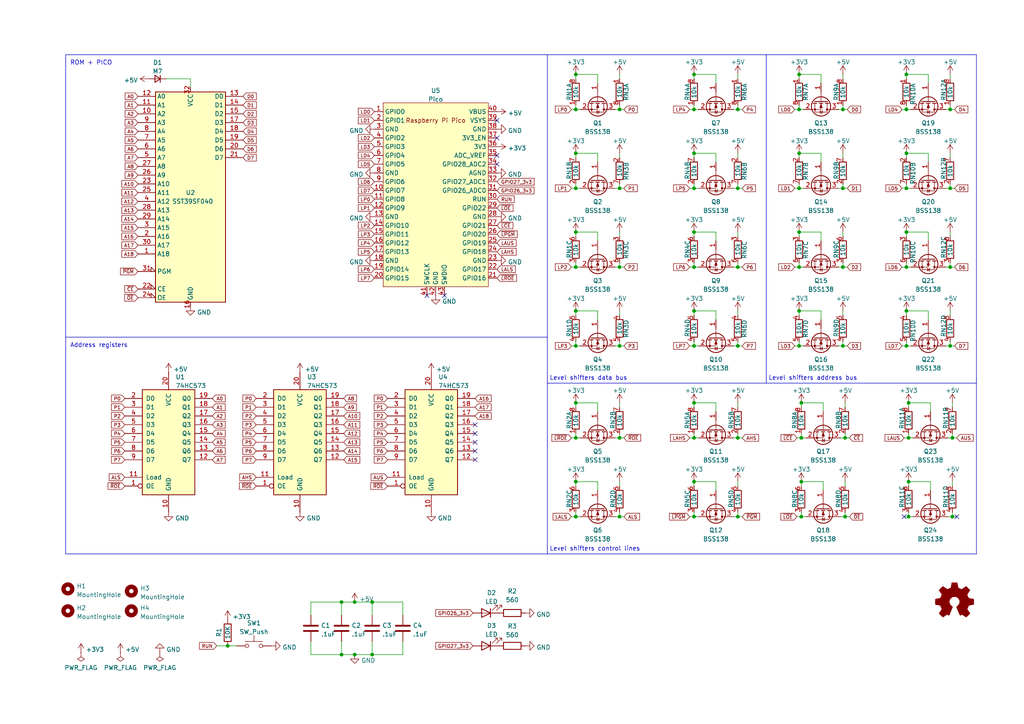
<source format=kicad_sch>
(kicad_sch (version 20230121) (generator eeschema)
  (paper "A4")
  (title_block (title "PICO SST39SF0x0 Programmer") (date "2024-03-08") (rev "2"))
  (lib_symbols
    (symbol "74xx:74LS573" (pin_names (offset 1.016))
      (property "Reference" "U" (at -7.62 16.51 0))
      (property "Value" "74LS573" (at -7.62 -16.51 0))
      (symbol "74LS573_1_0"
        (pin input inverted (at -12.7 -12.7 0) (length 5.08) (name "OE") (number "1"))
        (pin power_in line (at 0 -20.32 90) (length 5.08) (name "GND") (number "10"))
        (pin input line (at -12.7 -10.16 0) (length 5.08) (name "Load") (number "11"))
        (pin tri_state line (at 12.7 -5.08 180) (length 5.08) (name "Q7") (number "12"))
        (pin tri_state line (at 12.7 -2.54 180) (length 5.08) (name "Q6") (number "13"))
        (pin tri_state line (at 12.7 0 180) (length 5.08) (name "Q5") (number "14"))
        (pin tri_state line (at 12.7 2.54 180) (length 5.08) (name "Q4") (number "15"))
        (pin tri_state line (at 12.7 5.08 180) (length 5.08) (name "Q3") (number "16"))
        (pin tri_state line (at 12.7 7.62 180) (length 5.08) (name "Q2") (number "17"))
        (pin tri_state line (at 12.7 10.16 180) (length 5.08) (name "Q1") (number "18"))
        (pin tri_state line (at 12.7 12.7 180) (length 5.08) (name "Q0") (number "19"))
        (pin input line (at -12.7 12.7 0) (length 5.08) (name "D0") (number "2"))
        (pin power_in line (at 0 20.32 270) (length 5.08) (name "VCC") (number "20"))
        (pin input line (at -12.7 10.16 0) (length 5.08) (name "D1") (number "3"))
        (pin input line (at -12.7 7.62 0) (length 5.08) (name "D2") (number "4"))
        (pin input line (at -12.7 5.08 0) (length 5.08) (name "D3") (number "5"))
        (pin input line (at -12.7 2.54 0) (length 5.08) (name "D4") (number "6"))
        (pin input line (at -12.7 0 0) (length 5.08) (name "D5") (number "7"))
        (pin input line (at -12.7 -2.54 0) (length 5.08) (name "D6") (number "8"))
        (pin input line (at -12.7 -5.08 0) (length 5.08) (name "D7") (number "9"))
      )
    )
    (symbol "Device:C" (pin_numbers hide) (pin_names (offset 0.254))
      (property "Reference" "C" (at 0.635 2.54 0))
      (property "Value" "C" (at 0.635 -2.54 0))
      (symbol "C_1_1"
        (pin passive line (at 0 3.81 270) (length 2.794) (name "~") (number "1"))
        (pin passive line (at 0 -3.81 90) (length 2.794) (name "~") (number "2"))
      )
    )
    (symbol "Device:D_Small" (pin_numbers hide) (pin_names (offset 0.254) hide)
      (property "Reference" "D" (at -1.27 2.032 0))
      (property "Value" "D_Small" (at -3.81 -2.032 0))
      (symbol "D_Small_1_1"
        (pin passive line (at -2.54 0 0) (length 1.778) (name "K") (number "1"))
        (pin passive line (at 2.54 0 180) (length 1.778) (name "A") (number "2"))
      )
    )
    (symbol "Device:LED" (pin_numbers hide) (pin_names (offset 1.016) hide)
      (property "Reference" "D" (at 0 2.54 0))
      (property "Value" "LED" (at 0 -2.54 0))
      (symbol "LED_1_1"
        (pin passive line (at -3.81 0 0) (length 2.54) (name "K") (number "1"))
        (pin passive line (at 3.81 0 180) (length 2.54) (name "A") (number "2"))
      )
    )
    (symbol "Device:R" (pin_numbers hide) (pin_names (offset 0))
      (property "Reference" "R" (at 2.032 0 90))
      (property "Value" "R" (at 0 0 90))
      (symbol "R_1_1"
        (pin passive line (at 0 3.81 270) (length 1.27) (name "~") (number "1"))
        (pin passive line (at 0 -3.81 90) (length 1.27) (name "~") (number "2"))
      )
    )
    (symbol "Device:R_Pack04_Split" (pin_names (offset 0) hide)
      (property "Reference" "RN" (at 2.032 0 90))
      (property "Value" "R_Pack04_Split" (at 0 0 90))
      (symbol "R_Pack04_Split_1_1"
        (pin passive line (at 0 -3.81 90) (length 1.27) (name "R1.1") (number "1"))
        (pin passive line (at 0 3.81 270) (length 1.27) (name "R1.2") (number "8"))
      )
      (symbol "R_Pack04_Split_2_1"
        (pin passive line (at 0 -3.81 90) (length 1.27) (name "R2.1") (number "2"))
        (pin passive line (at 0 3.81 270) (length 1.27) (name "R2.2") (number "7"))
      )
      (symbol "R_Pack04_Split_3_1"
        (pin passive line (at 0 -3.81 90) (length 1.27) (name "R3.1") (number "3"))
        (pin passive line (at 0 3.81 270) (length 1.27) (name "R3.2") (number "6"))
      )
      (symbol "R_Pack04_Split_4_1"
        (pin passive line (at 0 -3.81 90) (length 1.27) (name "R4.1") (number "4"))
        (pin passive line (at 0 3.81 270) (length 1.27) (name "R4.2") (number "5"))
      )
    )
    (symbol "Graphic:Logo_Open_Hardware_Small" (pin_names (offset 1.016)))
    (symbol "MCU_RaspberryPi_and_Boards:Pico"
      (property "Reference" "U" (at -13.97 27.94 0))
      (property "Value" "Pico" (at 0 19.05 0))
      (symbol "Pico_0_0"
        (text "Raspberry Pi Pico" (at 0 21.59 0) (effects (font (size 1.27 1.27))))
      )
      (symbol "Pico_1_1"
        (pin bidirectional line (at -17.78 24.13 0) (length 2.54) (name "GPIO0") (number "1"))
        (pin bidirectional line (at -17.78 1.27 0) (length 2.54) (name "GPIO7") (number "10"))
        (pin bidirectional line (at -17.78 -1.27 0) (length 2.54) (name "GPIO8") (number "11"))
        (pin bidirectional line (at -17.78 -3.81 0) (length 2.54) (name "GPIO9") (number "12"))
        (pin power_in line (at -17.78 -6.35 0) (length 2.54) (name "GND") (number "13"))
        (pin bidirectional line (at -17.78 -8.89 0) (length 2.54) (name "GPIO10") (number "14"))
        (pin bidirectional line (at -17.78 -11.43 0) (length 2.54) (name "GPIO11") (number "15"))
        (pin bidirectional line (at -17.78 -13.97 0) (length 2.54) (name "GPIO12") (number "16"))
        (pin bidirectional line (at -17.78 -16.51 0) (length 2.54) (name "GPIO13") (number "17"))
        (pin power_in line (at -17.78 -19.05 0) (length 2.54) (name "GND") (number "18"))
        (pin bidirectional line (at -17.78 -21.59 0) (length 2.54) (name "GPIO14") (number "19"))
        (pin bidirectional line (at -17.78 21.59 0) (length 2.54) (name "GPIO1") (number "2"))
        (pin bidirectional line (at -17.78 -24.13 0) (length 2.54) (name "GPIO15") (number "20"))
        (pin bidirectional line (at 17.78 -24.13 180) (length 2.54) (name "GPIO16") (number "21"))
        (pin bidirectional line (at 17.78 -21.59 180) (length 2.54) (name "GPIO17") (number "22"))
        (pin power_in line (at 17.78 -19.05 180) (length 2.54) (name "GND") (number "23"))
        (pin bidirectional line (at 17.78 -16.51 180) (length 2.54) (name "GPIO18") (number "24"))
        (pin bidirectional line (at 17.78 -13.97 180) (length 2.54) (name "GPIO19") (number "25"))
        (pin bidirectional line (at 17.78 -11.43 180) (length 2.54) (name "GPIO20") (number "26"))
        (pin bidirectional line (at 17.78 -8.89 180) (length 2.54) (name "GPIO21") (number "27"))
        (pin power_in line (at 17.78 -6.35 180) (length 2.54) (name "GND") (number "28"))
        (pin bidirectional line (at 17.78 -3.81 180) (length 2.54) (name "GPIO22") (number "29"))
        (pin power_in line (at -17.78 19.05 0) (length 2.54) (name "GND") (number "3"))
        (pin input line (at 17.78 -1.27 180) (length 2.54) (name "RUN") (number "30"))
        (pin bidirectional line (at 17.78 1.27 180) (length 2.54) (name "GPIO26_ADC0") (number "31"))
        (pin bidirectional line (at 17.78 3.81 180) (length 2.54) (name "GPIO27_ADC1") (number "32"))
        (pin power_in line (at 17.78 6.35 180) (length 2.54) (name "AGND") (number "33"))
        (pin bidirectional line (at 17.78 8.89 180) (length 2.54) (name "GPIO28_ADC2") (number "34"))
        (pin power_in line (at 17.78 11.43 180) (length 2.54) (name "ADC_VREF") (number "35"))
        (pin power_in line (at 17.78 13.97 180) (length 2.54) (name "3V3") (number "36"))
        (pin input line (at 17.78 16.51 180) (length 2.54) (name "3V3_EN") (number "37"))
        (pin bidirectional line (at 17.78 19.05 180) (length 2.54) (name "GND") (number "38"))
        (pin power_in line (at 17.78 21.59 180) (length 2.54) (name "VSYS") (number "39"))
        (pin bidirectional line (at -17.78 16.51 0) (length 2.54) (name "GPIO2") (number "4"))
        (pin power_in line (at 17.78 24.13 180) (length 2.54) (name "VBUS") (number "40"))
        (pin input line (at -2.54 -29.21 90) (length 2.54) (name "SWCLK") (number "41"))
        (pin power_in line (at 0 -29.21 90) (length 2.54) (name "GND") (number "42"))
        (pin bidirectional line (at 2.54 -29.21 90) (length 2.54) (name "SWDIO") (number "43"))
        (pin bidirectional line (at -17.78 13.97 0) (length 2.54) (name "GPIO3") (number "5"))
        (pin bidirectional line (at -17.78 11.43 0) (length 2.54) (name "GPIO4") (number "6"))
        (pin bidirectional line (at -17.78 8.89 0) (length 2.54) (name "GPIO5") (number "7"))
        (pin power_in line (at -17.78 6.35 0) (length 2.54) (name "GND") (number "8"))
        (pin bidirectional line (at -17.78 3.81 0) (length 2.54) (name "GPIO6") (number "9"))
      )
    )
    (symbol "Mechanical:MountingHole" (pin_names (offset 1.016))
      (property "Reference" "H" (at 0 5.08 0))
      (property "Value" "MountingHole" (at 0 3.175 0))
    )
    (symbol "Switch:SW_Push" (pin_numbers hide) (pin_names (offset 1.016) hide)
      (property "Reference" "SW" (at 1.27 2.54 0))
      (property "Value" "SW_Push" (at 0 -1.524 0))
      (symbol "SW_Push_0_1"
        (pin passive line (at -5.08 0 0) (length 2.54) (name "1") (number "1"))
        (pin passive line (at 5.08 0 180) (length 2.54) (name "2") (number "2"))
      )
    )
    (symbol "Transistor_FET:BSS138" (pin_names hide)
      (property "Reference" "Q" (at 5.08 1.905 0))
      (property "Value" "BSS138" (at 5.08 0 0))
      (symbol "BSS138_1_1"
        (pin input line (at -5.08 0 0) (length 2.54) (name "G") (number "1"))
        (pin passive line (at 2.54 -5.08 90) (length 2.54) (name "S") (number "2"))
        (pin passive line (at 2.54 5.08 270) (length 2.54) (name "D") (number "3"))
      )
    )
    (symbol "power:+3V3" (power) (pin_names (offset 0))
      (property "Value" "+3V3" (at 0 3.556 0))
      (symbol "+3V3_1_1"
        (pin power_in line (at 0 0 90) (length 0) hide (name "+3V3") (number "1"))
      )
    )
    (symbol "power:+5V" (power) (pin_names (offset 0))
      (property "Value" "+5V" (at 0 3.556 0))
      (symbol "+5V_1_1"
        (pin power_in line (at 0 0 90) (length 0) hide (name "+5V") (number "1"))
      )
    )
    (symbol "power:GND" (power) (pin_names (offset 0))
      (property "Value" "GND" (at 0 -3.81 0))
      (symbol "GND_1_1"
        (pin power_in line (at 0 0 270) (length 0) hide (name "GND") (number "1"))
      )
    )
    (symbol "power:PWR_FLAG" (power) (pin_numbers hide) (pin_names (offset 0) hide)
      (property "Value" "PWR_FLAG" (at 0 3.81 0))
      (symbol "PWR_FLAG_0_0"
        (pin power_out line (at 0 0 90) (length 0) (name "pwr") (number "1"))
      )
    )
    (symbol "sst39sf040:SST39SF040"
      (property "Reference" "U" (at 2.54 33.02 0))
      (property "Value" "SST39SF040" (at 0 -30.48 0))
      (symbol "SST39SF040_0_0"
        (pin power_in line (at 0 -30.48 90) (length 1.27) (name "GND") (number "16"))
        (pin power_in line (at 0 33.02 270) (length 1.27) (name "VCC") (number "32"))
      )
      (symbol "SST39SF040_1_1"
        (pin input line (at -15.24 -15.24 0) (length 5.08) (name "A18") (number "1"))
        (pin input line (at -15.24 25.4 0) (length 5.08) (name "A2") (number "10"))
        (pin input line (at -15.24 27.94 0) (length 5.08) (name "A1") (number "11"))
        (pin input line (at -15.24 30.48 0) (length 5.08) (name "A0") (number "12"))
        (pin tri_state line (at 15.24 30.48 180) (length 5.08) (name "D0") (number "13"))
        (pin tri_state line (at 15.24 27.94 180) (length 5.08) (name "D1") (number "14"))
        (pin tri_state line (at 15.24 25.4 180) (length 5.08) (name "D2") (number "15"))
        (pin tri_state line (at 15.24 22.86 180) (length 5.08) (name "D3") (number "17"))
        (pin tri_state line (at 15.24 20.32 180) (length 5.08) (name "D4") (number "18"))
        (pin tri_state line (at 15.24 17.78 180) (length 5.08) (name "D5") (number "19"))
        (pin input line (at -15.24 -10.16 0) (length 5.08) (name "A16") (number "2"))
        (pin tri_state line (at 15.24 15.24 180) (length 5.08) (name "D6") (number "20"))
        (pin tri_state line (at 15.24 12.7 180) (length 5.08) (name "D7") (number "21"))
        (pin input input_low (at -15.24 -25.4 0) (length 5.08) (name "CE") (number "22"))
        (pin input line (at -15.24 5.08 0) (length 5.08) (name "A10") (number "23"))
        (pin input input_low (at -15.24 -27.94 0) (length 5.08) (name "OE") (number "24"))
        (pin input line (at -15.24 2.54 0) (length 5.08) (name "A11") (number "25"))
        (pin input line (at -15.24 7.62 0) (length 5.08) (name "A9") (number "26"))
        (pin input line (at -15.24 10.16 0) (length 5.08) (name "A8") (number "27"))
        (pin input line (at -15.24 -2.54 0) (length 5.08) (name "A13") (number "28"))
        (pin input line (at -15.24 -5.08 0) (length 5.08) (name "A14") (number "29"))
        (pin input line (at -15.24 -7.62 0) (length 5.08) (name "A15") (number "3"))
        (pin input line (at -15.24 -12.7 0) (length 5.08) (name "A17") (number "30"))
        (pin input input_low (at -15.24 -20.32 0) (length 5.08) (name "PGM") (number "31"))
        (pin input line (at -15.24 0 0) (length 5.08) (name "A12") (number "4"))
        (pin input line (at -15.24 12.7 0) (length 5.08) (name "A7") (number "5"))
        (pin input line (at -15.24 15.24 0) (length 5.08) (name "A6") (number "6"))
        (pin input line (at -15.24 17.78 0) (length 5.08) (name "A5") (number "7"))
        (pin input line (at -15.24 20.32 0) (length 5.08) (name "A4") (number "8"))
        (pin input line (at -15.24 22.86 0) (length 5.08) (name "A3") (number "9"))
      )
    )
  )
  (junction (at 276.225 149.86))
  (junction (at 232.41 149.86))
  (junction (at 231.775 100.33))
  (junction (at 275.59 54.61))
  (junction (at 167.005 54.61))
  (junction (at 201.295 139.7))
  (junction (at 167.005 127))
  (junction (at 201.295 54.61))
  (junction (at 262.89 31.75))
  (junction (at 231.775 44.45))
  (junction (at 179.705 54.61))
  (junction (at 167.005 31.75))
  (junction (at 231.775 21.59))
  (junction (at 99.06 189.865))
  (junction (at 179.705 127))
  (junction (at 201.295 100.33))
  (junction (at 167.005 44.45))
  (junction (at 213.995 77.47))
  (junction (at 167.005 149.86))
  (junction (at 244.475 100.33))
  (junction (at 245.11 127))
  (junction (at 179.705 149.86))
  (junction (at 167.005 116.84))
  (junction (at 213.995 54.61))
  (junction (at 275.59 100.33))
  (junction (at 201.295 149.86))
  (junction (at 231.775 54.61))
  (junction (at 245.11 149.86))
  (junction (at 66.04 187.325))
  (junction (at 262.89 54.61))
  (junction (at 263.525 139.7))
  (junction (at 167.005 77.47))
  (junction (at 201.295 31.75))
  (junction (at 179.705 77.47))
  (junction (at 231.775 90.17))
  (junction (at 201.295 67.31))
  (junction (at 262.89 44.45))
  (junction (at 232.41 127))
  (junction (at 232.41 116.84))
  (junction (at 262.89 90.17))
  (junction (at 201.295 21.59))
  (junction (at 99.06 174.625))
  (junction (at 231.775 67.31))
  (junction (at 107.95 174.625))
  (junction (at 107.95 189.865))
  (junction (at 262.89 21.59))
  (junction (at 244.475 31.75))
  (junction (at 232.41 139.7))
  (junction (at 262.89 77.47))
  (junction (at 201.295 77.47))
  (junction (at 201.295 127))
  (junction (at 263.525 149.86))
  (junction (at 275.59 31.75))
  (junction (at 213.995 31.75))
  (junction (at 102.87 189.865))
  (junction (at 263.525 127))
  (junction (at 179.705 31.75))
  (junction (at 276.225 127))
  (junction (at 201.295 116.84))
  (junction (at 244.475 54.61))
  (junction (at 262.89 67.31))
  (junction (at 167.005 139.7))
  (junction (at 213.995 100.33))
  (junction (at 213.995 127))
  (junction (at 213.995 149.86))
  (junction (at 167.005 100.33))
  (junction (at 231.775 31.75))
  (junction (at 201.295 44.45))
  (junction (at 201.295 90.17))
  (junction (at 179.705 100.33))
  (junction (at 231.775 77.47))
  (junction (at 244.475 77.47))
  (junction (at 167.005 21.59))
  (junction (at 275.59 77.47))
  (junction (at 263.525 116.84))
  (junction (at 167.005 67.31))
  (junction (at 167.005 90.17))
  (junction (at 102.87 174.625))
  (junction (at 262.89 100.33))
  (no_connect (at 144.145 47.625))
  (no_connect (at 262.255 149.86))
  (no_connect (at 137.795 133.35))
  (no_connect (at 144.145 40.005))
  (no_connect (at 137.795 128.27))
  (no_connect (at 277.495 149.86))
  (no_connect (at 137.795 123.19))
  (no_connect (at 123.825 85.725))
  (no_connect (at 144.145 45.085))
  (no_connect (at 128.905 85.725))
  (no_connect (at 144.145 34.925))
  (no_connect (at 137.795 130.81))
  (no_connect (at 137.795 125.73))
  (wire (pts (xy 231.775 54.61) (xy 231.775 53.34)))
  (wire (pts (xy 173.355 44.45) (xy 173.355 46.99)))
  (wire (pts (xy 167.005 118.11) (xy 167.005 116.84)))
  (wire (pts (xy 230.505 54.61) (xy 231.775 54.61)))
  (wire (pts (xy 274.955 127) (xy 276.225 127)))
  (wire (pts (xy 201.295 116.84) (xy 207.645 116.84)))
  (wire (pts (xy 102.87 174.625) (xy 107.95 174.625)))
  (wire (pts (xy 243.205 77.47) (xy 244.475 77.47)))
  (wire (pts (xy 232.41 139.7) (xy 238.76 139.7)))
  (polyline (pts (xy 283.21 15.875) (xy 283.21 109.855)))
  (wire (pts (xy 167.005 100.33) (xy 167.005 99.06)))
  (wire (pts (xy 261.62 31.75) (xy 262.89 31.75)))
  (wire (pts (xy 116.84 174.625) (xy 107.95 174.625)))
  (wire (pts (xy 201.295 127) (xy 202.565 127)))
  (wire (pts (xy 276.225 149.86) (xy 277.495 149.86)))
  (wire (pts (xy 238.76 139.7) (xy 238.76 142.24)))
  (wire (pts (xy 269.24 44.45) (xy 269.24 46.99)))
  (wire (pts (xy 245.11 149.86) (xy 246.38 149.86)))
  (wire (pts (xy 243.205 100.33) (xy 244.475 100.33)))
  (wire (pts (xy 262.89 21.59) (xy 269.24 21.59)))
  (wire (pts (xy 116.84 189.865) (xy 116.84 186.055)))
  (wire (pts (xy 244.475 44.45) (xy 244.475 45.72)))
  (wire (pts (xy 269.24 90.17) (xy 269.24 92.71)))
  (wire (pts (xy 231.775 91.44) (xy 231.775 90.17)))
  (wire (pts (xy 269.24 21.59) (xy 269.24 24.13)))
  (wire (pts (xy 62.865 187.325) (xy 66.04 187.325)))
  (wire (pts (xy 276.225 149.86) (xy 276.225 148.59)))
  (wire (pts (xy 179.705 54.61) (xy 179.705 53.34)))
  (wire (pts (xy 167.005 90.17) (xy 173.355 90.17)))
  (wire (pts (xy 201.295 118.11) (xy 201.295 116.84)))
  (wire (pts (xy 245.11 139.7) (xy 245.11 140.97)))
  (polyline (pts (xy 158.75 15.875) (xy 19.05 15.875)))
  (wire (pts (xy 200.025 31.75) (xy 201.295 31.75)))
  (polyline (pts (xy 19.05 97.79) (xy 158.75 97.79)))
  (wire (pts (xy 274.32 77.47) (xy 275.59 77.47)))
  (wire (pts (xy 233.045 100.33) (xy 231.775 100.33)))
  (wire (pts (xy 274.32 31.75) (xy 275.59 31.75)))
  (wire (pts (xy 212.725 77.47) (xy 213.995 77.47)))
  (wire (pts (xy 179.705 44.45) (xy 179.705 45.72)))
  (wire (pts (xy 179.705 54.61) (xy 180.975 54.61)))
  (wire (pts (xy 275.59 77.47) (xy 275.59 76.2)))
  (wire (pts (xy 263.525 149.86) (xy 263.525 148.59)))
  (wire (pts (xy 212.725 31.75) (xy 213.995 31.75)))
  (wire (pts (xy 102.87 189.865) (xy 107.95 189.865)))
  (wire (pts (xy 262.89 76.2) (xy 262.89 77.47)))
  (wire (pts (xy 261.62 100.33) (xy 262.89 100.33)))
  (wire (pts (xy 179.705 100.33) (xy 179.705 99.06)))
  (wire (pts (xy 244.475 100.33) (xy 244.475 99.06)))
  (wire (pts (xy 213.995 31.75) (xy 213.995 30.48)))
  (wire (pts (xy 179.705 149.86) (xy 180.975 149.86)))
  (wire (pts (xy 165.735 54.61) (xy 167.005 54.61)))
  (wire (pts (xy 55.245 25.4) (xy 55.245 22.86)))
  (polyline (pts (xy 19.05 160.655) (xy 19.05 97.79)))
  (wire (pts (xy 201.295 21.59) (xy 207.645 21.59)))
  (wire (pts (xy 90.17 178.435) (xy 90.17 174.625)))
  (wire (pts (xy 245.11 149.86) (xy 245.11 148.59)))
  (wire (pts (xy 201.295 44.45) (xy 207.645 44.45)))
  (wire (pts (xy 167.005 30.48) (xy 167.005 31.75)))
  (polyline (pts (xy 158.75 160.655) (xy 19.05 160.655)))
  (wire (pts (xy 165.735 127) (xy 167.005 127)))
  (wire (pts (xy 243.84 127) (xy 245.11 127)))
  (wire (pts (xy 200.025 100.33) (xy 201.295 100.33)))
  (wire (pts (xy 212.725 127) (xy 213.995 127)))
  (wire (pts (xy 90.17 174.625) (xy 99.06 174.625)))
  (wire (pts (xy 179.705 149.86) (xy 179.705 148.59)))
  (wire (pts (xy 238.125 21.59) (xy 238.125 24.13)))
  (wire (pts (xy 238.125 44.45) (xy 238.125 46.99)))
  (wire (pts (xy 213.995 149.86) (xy 215.265 149.86)))
  (wire (pts (xy 243.84 149.86) (xy 245.11 149.86)))
  (wire (pts (xy 201.295 22.86) (xy 201.295 21.59)))
  (wire (pts (xy 231.775 22.86) (xy 231.775 21.59)))
  (wire (pts (xy 231.775 76.2) (xy 231.775 77.47)))
  (wire (pts (xy 165.735 149.86) (xy 167.005 149.86)))
  (wire (pts (xy 99.06 174.625) (xy 99.06 178.435)))
  (wire (pts (xy 262.89 91.44) (xy 262.89 90.17)))
  (wire (pts (xy 179.705 127) (xy 179.705 125.73)))
  (wire (pts (xy 167.005 22.86) (xy 167.005 21.59)))
  (wire (pts (xy 201.295 68.58) (xy 201.295 67.31)))
  (wire (pts (xy 232.41 116.84) (xy 238.76 116.84)))
  (wire (pts (xy 264.795 149.86) (xy 263.525 149.86)))
  (wire (pts (xy 107.95 174.625) (xy 107.95 178.435)))
  (wire (pts (xy 274.32 100.33) (xy 275.59 100.33)))
  (wire (pts (xy 232.41 127) (xy 233.68 127)))
  (polyline (pts (xy 158.75 15.875) (xy 158.75 109.855)))
  (wire (pts (xy 213.995 77.47) (xy 215.265 77.47)))
  (wire (pts (xy 165.735 31.75) (xy 167.005 31.75)))
  (wire (pts (xy 201.295 30.48) (xy 201.295 31.75)))
  (wire (pts (xy 244.475 31.75) (xy 245.745 31.75)))
  (wire (pts (xy 275.59 67.31) (xy 275.59 68.58)))
  (wire (pts (xy 244.475 21.59) (xy 244.475 22.86)))
  (wire (pts (xy 202.565 149.86) (xy 201.295 149.86)))
  (wire (pts (xy 230.505 31.75) (xy 231.775 31.75)))
  (wire (pts (xy 167.005 116.84) (xy 173.355 116.84)))
  (wire (pts (xy 207.645 116.84) (xy 207.645 119.38)))
  (wire (pts (xy 213.995 100.33) (xy 215.265 100.33)))
  (wire (pts (xy 168.275 149.86) (xy 167.005 149.86)))
  (wire (pts (xy 213.995 149.86) (xy 213.995 148.59)))
  (wire (pts (xy 231.775 21.59) (xy 238.125 21.59)))
  (wire (pts (xy 213.995 54.61) (xy 215.265 54.61)))
  (wire (pts (xy 165.735 100.33) (xy 167.005 100.33)))
  (wire (pts (xy 262.89 31.75) (xy 264.16 31.75)))
  (wire (pts (xy 275.59 44.45) (xy 275.59 45.72)))
  (wire (pts (xy 167.005 149.86) (xy 167.005 148.59)))
  (wire (pts (xy 201.295 31.75) (xy 202.565 31.75)))
  (wire (pts (xy 269.875 139.7) (xy 269.875 142.24)))
  (wire (pts (xy 99.06 174.625) (xy 102.87 174.625)))
  (wire (pts (xy 263.525 140.97) (xy 263.525 139.7)))
  (wire (pts (xy 231.775 100.33) (xy 231.775 99.06)))
  (wire (pts (xy 90.17 186.055) (xy 90.17 189.865)))
  (wire (pts (xy 276.225 139.7) (xy 276.225 140.97)))
  (wire (pts (xy 167.005 45.72) (xy 167.005 44.45)))
  (wire (pts (xy 201.295 100.33) (xy 201.295 99.06)))
  (wire (pts (xy 276.225 116.84) (xy 276.225 118.11)))
  (wire (pts (xy 178.435 149.86) (xy 179.705 149.86)))
  (wire (pts (xy 275.59 77.47) (xy 276.86 77.47)))
  (wire (pts (xy 263.525 118.11) (xy 263.525 116.84)))
  (wire (pts (xy 201.295 76.2) (xy 201.295 77.47)))
  (wire (pts (xy 245.11 116.84) (xy 245.11 118.11)))
  (wire (pts (xy 213.995 100.33) (xy 213.995 99.06)))
  (wire (pts (xy 275.59 54.61) (xy 275.59 53.34)))
  (wire (pts (xy 167.005 91.44) (xy 167.005 90.17)))
  (wire (pts (xy 245.11 127) (xy 246.38 127)))
  (wire (pts (xy 262.89 68.58) (xy 262.89 67.31)))
  (wire (pts (xy 243.205 31.75) (xy 244.475 31.75)))
  (wire (pts (xy 179.705 21.59) (xy 179.705 22.86)))
  (wire (pts (xy 201.295 45.72) (xy 201.295 44.45)))
  (wire (pts (xy 244.475 31.75) (xy 244.475 30.48)))
  (wire (pts (xy 232.41 125.73) (xy 232.41 127)))
  (wire (pts (xy 179.705 116.84) (xy 179.705 118.11)))
  (wire (pts (xy 167.005 31.75) (xy 168.275 31.75)))
  (polyline (pts (xy 222.25 111.125) (xy 158.75 111.125)))
  (wire (pts (xy 263.525 125.73) (xy 263.525 127)))
  (wire (pts (xy 213.995 90.17) (xy 213.995 91.44)))
  (wire (pts (xy 269.875 116.84) (xy 269.875 119.38)))
  (wire (pts (xy 165.735 77.47) (xy 167.005 77.47)))
  (wire (pts (xy 99.06 189.865) (xy 102.87 189.865)))
  (wire (pts (xy 275.59 31.75) (xy 275.59 30.48)))
  (wire (pts (xy 232.41 118.11) (xy 232.41 116.84)))
  (wire (pts (xy 262.255 127) (xy 263.525 127)))
  (wire (pts (xy 275.59 21.59) (xy 275.59 22.86)))
  (wire (pts (xy 263.525 139.7) (xy 269.875 139.7)))
  (wire (pts (xy 167.005 140.97) (xy 167.005 139.7)))
  (wire (pts (xy 244.475 67.31) (xy 244.475 68.58)))
  (wire (pts (xy 275.59 54.61) (xy 276.86 54.61)))
  (wire (pts (xy 262.89 54.61) (xy 262.89 53.34)))
  (wire (pts (xy 173.355 139.7) (xy 173.355 142.24)))
  (wire (pts (xy 244.475 77.47) (xy 245.745 77.47)))
  (wire (pts (xy 262.89 67.31) (xy 269.24 67.31)))
  (wire (pts (xy 173.355 116.84) (xy 173.355 119.38)))
  (wire (pts (xy 179.705 90.17) (xy 179.705 91.44)))
  (wire (pts (xy 167.005 139.7) (xy 173.355 139.7)))
  (wire (pts (xy 231.775 44.45) (xy 238.125 44.45)))
  (wire (pts (xy 275.59 100.33) (xy 275.59 99.06)))
  (wire (pts (xy 231.775 90.17) (xy 238.125 90.17)))
  (wire (pts (xy 167.005 68.58) (xy 167.005 67.31)))
  (wire (pts (xy 262.89 44.45) (xy 269.24 44.45)))
  (wire (pts (xy 230.505 100.33) (xy 231.775 100.33)))
  (wire (pts (xy 213.995 31.75) (xy 215.265 31.75)))
  (wire (pts (xy 179.705 31.75) (xy 179.705 30.48)))
  (wire (pts (xy 263.525 127) (xy 264.795 127)))
  (wire (pts (xy 243.205 54.61) (xy 244.475 54.61)))
  (wire (pts (xy 238.125 67.31) (xy 238.125 69.85)))
  (wire (pts (xy 262.89 100.33) (xy 262.89 99.06)))
  (wire (pts (xy 275.59 90.17) (xy 275.59 91.44)))
  (wire (pts (xy 274.955 149.86) (xy 276.225 149.86)))
  (wire (pts (xy 231.775 68.58) (xy 231.775 67.31)))
  (wire (pts (xy 231.14 127) (xy 232.41 127)))
  (wire (pts (xy 168.275 54.61) (xy 167.005 54.61)))
  (wire (pts (xy 207.645 139.7) (xy 207.645 142.24)))
  (wire (pts (xy 179.705 127) (xy 180.975 127)))
  (wire (pts (xy 244.475 90.17) (xy 244.475 91.44)))
  (polyline (pts (xy 283.21 160.655) (xy 283.21 109.855)))
  (wire (pts (xy 167.005 54.61) (xy 167.005 53.34)))
  (wire (pts (xy 212.725 149.86) (xy 213.995 149.86)))
  (wire (pts (xy 231.775 67.31) (xy 238.125 67.31)))
  (wire (pts (xy 99.06 189.865) (xy 99.06 186.055)))
  (wire (pts (xy 173.355 90.17) (xy 173.355 92.71)))
  (wire (pts (xy 179.705 77.47) (xy 180.975 77.47)))
  (wire (pts (xy 200.025 77.47) (xy 201.295 77.47)))
  (wire (pts (xy 274.32 54.61) (xy 275.59 54.61)))
  (wire (pts (xy 233.68 149.86) (xy 232.41 149.86)))
  (wire (pts (xy 167.005 21.59) (xy 173.355 21.59)))
  (wire (pts (xy 178.435 127) (xy 179.705 127)))
  (wire (pts (xy 200.025 54.61) (xy 201.295 54.61)))
  (wire (pts (xy 178.435 100.33) (xy 179.705 100.33)))
  (wire (pts (xy 262.255 149.86) (xy 263.525 149.86)))
  (wire (pts (xy 276.225 127) (xy 277.495 127)))
  (wire (pts (xy 167.005 67.31) (xy 173.355 67.31)))
  (wire (pts (xy 168.275 100.33) (xy 167.005 100.33)))
  (wire (pts (xy 173.355 67.31) (xy 173.355 69.85)))
  (wire (pts (xy 179.705 67.31) (xy 179.705 68.58)))
  (wire (pts (xy 213.995 54.61) (xy 213.995 53.34)))
  (wire (pts (xy 201.295 54.61) (xy 201.295 53.34)))
  (wire (pts (xy 167.005 125.73) (xy 167.005 127)))
  (polyline (pts (xy 222.25 15.875) (xy 283.21 15.875)))
  (wire (pts (xy 178.435 54.61) (xy 179.705 54.61)))
  (wire (pts (xy 230.505 77.47) (xy 231.775 77.47)))
  (wire (pts (xy 107.95 189.865) (xy 107.95 186.055)))
  (wire (pts (xy 66.04 187.325) (xy 68.58 187.325)))
  (wire (pts (xy 231.775 31.75) (xy 233.045 31.75)))
  (wire (pts (xy 207.645 44.45) (xy 207.645 46.99)))
  (wire (pts (xy 244.475 100.33) (xy 245.745 100.33)))
  (wire (pts (xy 178.435 77.47) (xy 179.705 77.47)))
  (wire (pts (xy 207.645 21.59) (xy 207.645 24.13)))
  (wire (pts (xy 202.565 100.33) (xy 201.295 100.33)))
  (wire (pts (xy 167.005 127) (xy 168.275 127)))
  (wire (pts (xy 275.59 100.33) (xy 276.86 100.33)))
  (wire (pts (xy 90.17 189.865) (xy 99.06 189.865)))
  (wire (pts (xy 244.475 54.61) (xy 244.475 53.34)))
  (wire (pts (xy 55.245 22.86) (xy 48.26 22.86)))
  (wire (pts (xy 263.525 116.84) (xy 269.875 116.84)))
  (wire (pts (xy 201.295 67.31) (xy 207.645 67.31)))
  (polyline (pts (xy 283.21 111.125) (xy 222.25 111.125)))
  (wire (pts (xy 178.435 31.75) (xy 179.705 31.75)))
  (wire (pts (xy 238.76 116.84) (xy 238.76 119.38)))
  (wire (pts (xy 201.295 125.73) (xy 201.295 127)))
  (wire (pts (xy 107.95 189.865) (xy 116.84 189.865)))
  (polyline (pts (xy 19.05 15.875) (xy 19.05 97.79)))
  (wire (pts (xy 262.89 45.72) (xy 262.89 44.45)))
  (wire (pts (xy 238.125 90.17) (xy 238.125 92.71)))
  (wire (pts (xy 200.025 149.86) (xy 201.295 149.86)))
  (wire (pts (xy 232.41 140.97) (xy 232.41 139.7)))
  (wire (pts (xy 179.705 77.47) (xy 179.705 76.2)))
  (wire (pts (xy 262.89 90.17) (xy 269.24 90.17)))
  (wire (pts (xy 261.62 54.61) (xy 262.89 54.61)))
  (wire (pts (xy 231.775 77.47) (xy 233.045 77.47)))
  (polyline (pts (xy 158.75 160.655) (xy 283.21 160.655)))
  (wire (pts (xy 231.775 44.45) (xy 231.775 45.72)))
  (wire (pts (xy 200.025 127) (xy 201.295 127)))
  (wire (pts (xy 201.295 77.47) (xy 202.565 77.47)))
  (wire (pts (xy 213.995 67.31) (xy 213.995 68.58)))
  (wire (pts (xy 233.045 54.61) (xy 231.775 54.61)))
  (wire (pts (xy 202.565 54.61) (xy 201.295 54.61)))
  (wire (pts (xy 179.705 139.7) (xy 179.705 140.97)))
  (wire (pts (xy 232.41 149.86) (xy 232.41 148.59)))
  (wire (pts (xy 201.295 90.17) (xy 207.645 90.17)))
  (wire (pts (xy 201.295 140.97) (xy 201.295 139.7)))
  (wire (pts (xy 269.24 67.31) (xy 269.24 69.85)))
  (wire (pts (xy 213.995 21.59) (xy 213.995 22.86)))
  (wire (pts (xy 213.995 44.45) (xy 213.995 45.72)))
  (wire (pts (xy 201.295 149.86) (xy 201.295 148.59)))
  (wire (pts (xy 167.005 44.45) (xy 173.355 44.45)))
  (wire (pts (xy 264.16 54.61) (xy 262.89 54.61)))
  (wire (pts (xy 231.775 30.48) (xy 231.775 31.75)))
  (wire (pts (xy 213.995 116.84) (xy 213.995 118.11)))
  (wire (pts (xy 262.89 22.86) (xy 262.89 21.59)))
  (wire (pts (xy 201.295 91.44) (xy 201.295 90.17)))
  (wire (pts (xy 231.14 149.86) (xy 232.41 149.86)))
  (wire (pts (xy 207.645 90.17) (xy 207.645 92.71)))
  (wire (pts (xy 167.005 77.47) (xy 168.275 77.47)))
  (wire (pts (xy 245.11 127) (xy 245.11 125.73)))
  (wire (pts (xy 213.995 77.47) (xy 213.995 76.2)))
  (wire (pts (xy 262.89 77.47) (xy 264.16 77.47)))
  (wire (pts (xy 276.225 127) (xy 276.225 125.73)))
  (wire (pts (xy 244.475 54.61) (xy 245.745 54.61)))
  (polyline (pts (xy 158.75 15.875) (xy 222.25 15.875)))
  (wire (pts (xy 213.995 127) (xy 213.995 125.73)))
  (wire (pts (xy 261.62 77.47) (xy 262.89 77.47)))
  (wire (pts (xy 213.995 139.7) (xy 213.995 140.97)))
  (wire (pts (xy 213.995 127) (xy 215.265 127)))
  (wire (pts (xy 244.475 77.47) (xy 244.475 76.2)))
  (wire (pts (xy 116.84 178.435) (xy 116.84 174.625)))
  (wire (pts (xy 201.295 139.7) (xy 207.645 139.7)))
  (wire (pts (xy 262.89 30.48) (xy 262.89 31.75)))
  (wire (pts (xy 167.005 76.2) (xy 167.005 77.47)))
  (wire (pts (xy 173.355 21.59) (xy 173.355 24.13)))
  (wire (pts (xy 207.645 67.31) (xy 207.645 69.85)))
  (polyline (pts (xy 158.75 109.855) (xy 158.75 160.655)))
  (wire (pts (xy 179.705 100.33) (xy 180.975 100.33)))
  (wire (pts (xy 264.16 100.33) (xy 262.89 100.33)))
  (polyline (pts (xy 222.25 15.875) (xy 222.25 111.125)))
  (wire (pts (xy 212.725 54.61) (xy 213.995 54.61)))
  (wire (pts (xy 275.59 31.75) (xy 276.86 31.75)))
  (wire (pts (xy 179.705 31.75) (xy 180.975 31.75)))
  (wire (pts (xy 212.725 100.33) (xy 213.995 100.33)))
  (text "Level shifters control lines" (at 159.385 160.02 0) (effects (font (size 1.27 1.27)) (justify left bottom)))
  (text "Level shifters data bus" (at 159.385 110.49 0) (effects (font (size 1.27 1.27)) (justify left bottom)))
  (text "Level shifters address bus" (at 222.885 110.49 0) (effects (font (size 1.27 1.27)) (justify left bottom)))
  (text "ROM + PICO" (at 20.32 19.05 0) (effects (font (size 1.27 1.27)) (justify left bottom)))
  (text "Address registers" (at 20.32 100.965 0) (effects (font (size 1.27 1.27)) (justify left bottom)))
  (global_label "LD3" (shape input) (at 230.505 100.33 180) (effects (font (size 1 1))) (property "Intersheetrefs" "${INTERSHEET_REFS}" (effects hide)))
  (global_label "P1" (shape input) (at 112.395 118.11 180) (effects (font (size 1 1))) (property "Intersheetrefs" "${INTERSHEET_REFS}" (effects hide)))
  (global_label "~{LCE}" (shape input) (at 144.145 65.405 0) (effects (font (size 1 1))) (property "Intersheetrefs" "${INTERSHEET_REFS}" (effects hide)))
  (global_label "AHS" (shape input) (at 215.265 127 0) (effects (font (size 1 1))) (property "Intersheetrefs" "${INTERSHEET_REFS}" (effects hide)))
  (global_label "LD1" (shape input) (at 108.585 34.925 180) (effects (font (size 1 1))) (property "Intersheetrefs" "${INTERSHEET_REFS}" (effects hide)))
  (global_label "P2" (shape input) (at 180.975 77.47 0) (effects (font (size 1 1))) (property "Intersheetrefs" "${INTERSHEET_REFS}" (effects hide)))
  (global_label "A10" (shape input) (at 99.695 120.65 0) (effects (font (size 1 1))) (property "Intersheetrefs" "${INTERSHEET_REFS}" (effects hide)))
  (global_label "A4" (shape input) (at 40.005 38.1 180) (effects (font (size 1 1))) (property "Intersheetrefs" "${INTERSHEET_REFS}" (effects hide)))
  (global_label "D7" (shape input) (at 276.86 100.33 0) (effects (font (size 1 1))) (property "Intersheetrefs" "${INTERSHEET_REFS}" (effects hide)))
  (global_label "D7" (shape input) (at 70.485 45.72 0) (effects (font (size 1 1))) (property "Intersheetrefs" "${INTERSHEET_REFS}" (effects hide)))
  (global_label "P0" (shape input) (at 36.195 115.57 180) (effects (font (size 1 1))) (property "Intersheetrefs" "${INTERSHEET_REFS}" (effects hide)))
  (global_label "P5" (shape input) (at 112.395 128.27 180) (effects (font (size 1 1))) (property "Intersheetrefs" "${INTERSHEET_REFS}" (effects hide)))
  (global_label "LD7" (shape input) (at 261.62 100.33 180) (effects (font (size 1 1))) (property "Intersheetrefs" "${INTERSHEET_REFS}" (effects hide)))
  (global_label "P6" (shape input) (at 112.395 130.81 180) (effects (font (size 1 1))) (property "Intersheetrefs" "${INTERSHEET_REFS}" (effects hide)))
  (global_label "D2" (shape input) (at 245.745 77.47 0) (effects (font (size 1 1))) (property "Intersheetrefs" "${INTERSHEET_REFS}" (effects hide)))
  (global_label "A12" (shape input) (at 40.005 58.42 180) (effects (font (size 1 1))) (property "Intersheetrefs" "${INTERSHEET_REFS}" (effects hide)))
  (global_label "A5" (shape input) (at 40.005 40.64 180) (effects (font (size 1 1))) (property "Intersheetrefs" "${INTERSHEET_REFS}" (effects hide)))
  (global_label "LP6" (shape input) (at 108.585 78.105 180) (effects (font (size 1 1))) (property "Intersheetrefs" "${INTERSHEET_REFS}" (effects hide)))
  (global_label "LP7" (shape input) (at 200.025 100.33 180) (effects (font (size 1 1))) (property "Intersheetrefs" "${INTERSHEET_REFS}" (effects hide)))
  (global_label "ALS" (shape input) (at 36.195 138.43 180) (effects (font (size 1 1))) (property "Intersheetrefs" "${INTERSHEET_REFS}" (effects hide)))
  (global_label "LD2" (shape input) (at 108.585 40.005 180) (effects (font (size 1 1))) (property "Intersheetrefs" "${INTERSHEET_REFS}" (effects hide)))
  (global_label "A12" (shape input) (at 99.695 125.73 0) (effects (font (size 1 1))) (property "Intersheetrefs" "${INTERSHEET_REFS}" (effects hide)))
  (global_label "A6" (shape input) (at 40.005 43.18 180) (effects (font (size 1 1))) (property "Intersheetrefs" "${INTERSHEET_REFS}" (effects hide)))
  (global_label "A9" (shape input) (at 40.005 50.8 180) (effects (font (size 1 1))) (property "Intersheetrefs" "${INTERSHEET_REFS}" (effects hide)))
  (global_label "~{ROE}" (shape input) (at 36.195 140.97 180) (effects (font (size 1 1))) (property "Intersheetrefs" "${INTERSHEET_REFS}" (effects hide)))
  (global_label "D0" (shape input) (at 245.745 31.75 0) (effects (font (size 1 1))) (property "Intersheetrefs" "${INTERSHEET_REFS}" (effects hide)))
  (global_label "LP3" (shape input) (at 165.735 100.33 180) (effects (font (size 1 1))) (property "Intersheetrefs" "${INTERSHEET_REFS}" (effects hide)))
  (global_label "GPIO27_3v3" (shape input) (at 144.145 52.705 0) (effects (font (size 1 1))) (property "Intersheetrefs" "${INTERSHEET_REFS}" (effects hide)))
  (global_label "LAUS" (shape input) (at 262.255 127 180) (effects (font (size 1 1))) (property "Intersheetrefs" "${INTERSHEET_REFS}" (effects hide)))
  (global_label "LD7" (shape input) (at 108.585 55.245 180) (effects (font (size 1 1))) (property "Intersheetrefs" "${INTERSHEET_REFS}" (effects hide)))
  (global_label "A5" (shape input) (at 61.595 128.27 0) (effects (font (size 1 1))) (property "Intersheetrefs" "${INTERSHEET_REFS}" (effects hide)))
  (global_label "~{OE}" (shape input) (at 40.005 86.36 180) (effects (font (size 1 1))) (property "Intersheetrefs" "${INTERSHEET_REFS}" (effects hide)))
  (global_label "LD4" (shape input) (at 261.62 31.75 180) (effects (font (size 1 1))) (property "Intersheetrefs" "${INTERSHEET_REFS}" (effects hide)))
  (global_label "GPIO26_3v3" (shape input) (at 137.16 177.8 180) (effects (font (size 1 1))) (property "Intersheetrefs" "${INTERSHEET_REFS}" (effects hide)))
  (global_label "~{LCE}" (shape input) (at 231.14 127 180) (effects (font (size 1 1))) (property "Intersheetrefs" "${INTERSHEET_REFS}" (effects hide)))
  (global_label "A2" (shape input) (at 40.005 33.02 180) (effects (font (size 1 1))) (property "Intersheetrefs" "${INTERSHEET_REFS}" (effects hide)))
  (global_label "A17" (shape input) (at 40.005 71.12 180) (effects (font (size 1 1))) (property "Intersheetrefs" "${INTERSHEET_REFS}" (effects hide)))
  (global_label "A14" (shape input) (at 40.005 63.5 180) (effects (font (size 1 1))) (property "Intersheetrefs" "${INTERSHEET_REFS}" (effects hide)))
  (global_label "D2" (shape input) (at 70.485 33.02 0) (effects (font (size 1 1))) (property "Intersheetrefs" "${INTERSHEET_REFS}" (effects hide)))
  (global_label "A9" (shape input) (at 99.695 118.11 0) (effects (font (size 1 1))) (property "Intersheetrefs" "${INTERSHEET_REFS}" (effects hide)))
  (global_label "LP2" (shape input) (at 165.735 77.47 180) (effects (font (size 1 1))) (property "Intersheetrefs" "${INTERSHEET_REFS}" (effects hide)))
  (global_label "~{OE}" (shape input) (at 246.38 149.86 0) (effects (font (size 1 1))) (property "Intersheetrefs" "${INTERSHEET_REFS}" (effects hide)))
  (global_label "D6" (shape input) (at 70.485 43.18 0) (effects (font (size 1 1))) (property "Intersheetrefs" "${INTERSHEET_REFS}" (effects hide)))
  (global_label "LD3" (shape input) (at 108.585 42.545 180) (effects (font (size 1 1))) (property "Intersheetrefs" "${INTERSHEET_REFS}" (effects hide)))
  (global_label "LP3" (shape input) (at 108.585 67.945 180) (effects (font (size 1 1))) (property "Intersheetrefs" "${INTERSHEET_REFS}" (effects hide)))
  (global_label "P6" (shape input) (at 36.195 130.81 180) (effects (font (size 1 1))) (property "Intersheetrefs" "${INTERSHEET_REFS}" (effects hide)))
  (global_label "P4" (shape input) (at 215.265 31.75 0) (effects (font (size 1 1))) (property "Intersheetrefs" "${INTERSHEET_REFS}" (effects hide)))
  (global_label "A16" (shape input) (at 137.795 115.57 0) (effects (font (size 1 1))) (property "Intersheetrefs" "${INTERSHEET_REFS}" (effects hide)))
  (global_label "A6" (shape input) (at 61.595 130.81 0) (effects (font (size 1 1))) (property "Intersheetrefs" "${INTERSHEET_REFS}" (effects hide)))
  (global_label "D4" (shape input) (at 70.485 38.1 0) (effects (font (size 1 1))) (property "Intersheetrefs" "${INTERSHEET_REFS}" (effects hide)))
  (global_label "P5" (shape input) (at 74.295 128.27 180) (effects (font (size 1 1))) (property "Intersheetrefs" "${INTERSHEET_REFS}" (effects hide)))
  (global_label "LP5" (shape input) (at 108.585 73.025 180) (effects (font (size 1 1))) (property "Intersheetrefs" "${INTERSHEET_REFS}" (effects hide)))
  (global_label "P0" (shape input) (at 74.295 115.57 180) (effects (font (size 1 1))) (property "Intersheetrefs" "${INTERSHEET_REFS}" (effects hide)))
  (global_label "P6" (shape input) (at 215.265 77.47 0) (effects (font (size 1 1))) (property "Intersheetrefs" "${INTERSHEET_REFS}" (effects hide)))
  (global_label "RUN" (shape input) (at 144.145 57.785 0) (effects (font (size 1 1))) (property "Intersheetrefs" "${INTERSHEET_REFS}" (effects hide)))
  (global_label "P3" (shape input) (at 180.975 100.33 0) (effects (font (size 1 1))) (property "Intersheetrefs" "${INTERSHEET_REFS}" (effects hide)))
  (global_label "LD6" (shape input) (at 108.585 52.705 180) (effects (font (size 1 1))) (property "Intersheetrefs" "${INTERSHEET_REFS}" (effects hide)))
  (global_label "P2" (shape input) (at 74.295 120.65 180) (effects (font (size 1 1))) (property "Intersheetrefs" "${INTERSHEET_REFS}" (effects hide)))
  (global_label "P3" (shape input) (at 74.295 123.19 180) (effects (font (size 1 1))) (property "Intersheetrefs" "${INTERSHEET_REFS}" (effects hide)))
  (global_label "A2" (shape input) (at 61.595 120.65 0) (effects (font (size 1 1))) (property "Intersheetrefs" "${INTERSHEET_REFS}" (effects hide)))
  (global_label "~{LROE}" (shape input) (at 165.735 127 180) (effects (font (size 1 1))) (property "Intersheetrefs" "${INTERSHEET_REFS}" (effects hide)))
  (global_label "LD5" (shape input) (at 261.62 54.61 180) (effects (font (size 1 1))) (property "Intersheetrefs" "${INTERSHEET_REFS}" (effects hide)))
  (global_label "D5" (shape input) (at 70.485 40.64 0) (effects (font (size 1 1))) (property "Intersheetrefs" "${INTERSHEET_REFS}" (effects hide)))
  (global_label "~{CE}" (shape input) (at 40.005 83.82 180) (effects (font (size 1 1))) (property "Intersheetrefs" "${INTERSHEET_REFS}" (effects hide)))
  (global_label "LD5" (shape input) (at 108.585 47.625 180) (effects (font (size 1 1))) (property "Intersheetrefs" "${INTERSHEET_REFS}" (effects hide)))
  (global_label "P2" (shape input) (at 112.395 120.65 180) (effects (font (size 1 1))) (property "Intersheetrefs" "${INTERSHEET_REFS}" (effects hide)))
  (global_label "LP4" (shape input) (at 108.585 70.485 180) (effects (font (size 1 1))) (property "Intersheetrefs" "${INTERSHEET_REFS}" (effects hide)))
  (global_label "A11" (shape input) (at 99.695 123.19 0) (effects (font (size 1 1))) (property "Intersheetrefs" "${INTERSHEET_REFS}" (effects hide)))
  (global_label "LP1" (shape input) (at 165.735 54.61 180) (effects (font (size 1 1))) (property "Intersheetrefs" "${INTERSHEET_REFS}" (effects hide)))
  (global_label "ALS" (shape input) (at 180.975 149.86 0) (effects (font (size 1 1))) (property "Intersheetrefs" "${INTERSHEET_REFS}" (effects hide)))
  (global_label "~{LOE}" (shape input) (at 231.14 149.86 180) (effects (font (size 1 1))) (property "Intersheetrefs" "${INTERSHEET_REFS}" (effects hide)))
  (global_label "LP0" (shape input) (at 108.585 57.785 180) (effects (font (size 1 1))) (property "Intersheetrefs" "${INTERSHEET_REFS}" (effects hide)))
  (global_label "AHS" (shape input) (at 74.295 138.43 180) (effects (font (size 1 1))) (property "Intersheetrefs" "${INTERSHEET_REFS}" (effects hide)))
  (global_label "P4" (shape input) (at 112.395 125.73 180) (effects (font (size 1 1))) (property "Intersheetrefs" "${INTERSHEET_REFS}" (effects hide)))
  (global_label "D4" (shape input) (at 276.86 31.75 0) (effects (font (size 1 1))) (property "Intersheetrefs" "${INTERSHEET_REFS}" (effects hide)))
  (global_label "D5" (shape input) (at 276.86 54.61 0) (effects (font (size 1 1))) (property "Intersheetrefs" "${INTERSHEET_REFS}" (effects hide)))
  (global_label "A1" (shape input) (at 40.005 30.48 180) (effects (font (size 1 1))) (property "Intersheetrefs" "${INTERSHEET_REFS}" (effects hide)))
  (global_label "RUN" (shape input) (at 62.865 187.325 180) (effects (font (size 1 1))) (property "Intersheetrefs" "${INTERSHEET_REFS}" (effects hide)))
  (global_label "A0" (shape input) (at 61.595 115.57 0) (effects (font (size 1 1))) (property "Intersheetrefs" "${INTERSHEET_REFS}" (effects hide)))
  (global_label "LD1" (shape input) (at 230.505 54.61 180) (effects (font (size 1 1))) (property "Intersheetrefs" "${INTERSHEET_REFS}" (effects hide)))
  (global_label "LAHS" (shape input) (at 144.145 73.025 0) (effects (font (size 1 1))) (property "Intersheetrefs" "${INTERSHEET_REFS}" (effects hide)))
  (global_label "LP0" (shape input) (at 165.735 31.75 180) (effects (font (size 1 1))) (property "Intersheetrefs" "${INTERSHEET_REFS}" (effects hide)))
  (global_label "P1" (shape input) (at 36.195 118.11 180) (effects (font (size 1 1))) (property "Intersheetrefs" "${INTERSHEET_REFS}" (effects hide)))
  (global_label "P4" (shape input) (at 74.295 125.73 180) (effects (font (size 1 1))) (property "Intersheetrefs" "${INTERSHEET_REFS}" (effects hide)))
  (global_label "LD4" (shape input) (at 108.585 45.085 180) (effects (font (size 1 1))) (property "Intersheetrefs" "${INTERSHEET_REFS}" (effects hide)))
  (global_label "A16" (shape input) (at 40.005 68.58 180) (effects (font (size 1 1))) (property "Intersheetrefs" "${INTERSHEET_REFS}" (effects hide)))
  (global_label "~{LPGM}" (shape input) (at 144.145 67.945 0) (effects (font (size 1 1))) (property "Intersheetrefs" "${INTERSHEET_REFS}" (effects hide)))
  (global_label "~{ROE}" (shape input) (at 180.975 127 0) (effects (font (size 1 1))) (property "Intersheetrefs" "${INTERSHEET_REFS}" (effects hide)))
  (global_label "~{CE}" (shape input) (at 246.38 127 0) (effects (font (size 1 1))) (property "Intersheetrefs" "${INTERSHEET_REFS}" (effects hide)))
  (global_label "A0" (shape input) (at 40.005 27.94 180) (effects (font (size 1 1))) (property "Intersheetrefs" "${INTERSHEET_REFS}" (effects hide)))
  (global_label "P7" (shape input) (at 215.265 100.33 0) (effects (font (size 1 1))) (property "Intersheetrefs" "${INTERSHEET_REFS}" (effects hide)))
  (global_label "P7" (shape input) (at 36.195 133.35 180) (effects (font (size 1 1))) (property "Intersheetrefs" "${INTERSHEET_REFS}" (effects hide)))
  (global_label "A8" (shape input) (at 40.005 48.26 180) (effects (font (size 1 1))) (property "Intersheetrefs" "${INTERSHEET_REFS}" (effects hide)))
  (global_label "D1" (shape input) (at 70.485 30.48 0) (effects (font (size 1 1))) (property "Intersheetrefs" "${INTERSHEET_REFS}" (effects hide)))
  (global_label "LP5" (shape input) (at 200.025 54.61 180) (effects (font (size 1 1))) (property "Intersheetrefs" "${INTERSHEET_REFS}" (effects hide)))
  (global_label "D3" (shape input) (at 70.485 35.56 0) (effects (font (size 1 1))) (property "Intersheetrefs" "${INTERSHEET_REFS}" (effects hide)))
  (global_label "P5" (shape input) (at 215.265 54.61 0) (effects (font (size 1 1))) (property "Intersheetrefs" "${INTERSHEET_REFS}" (effects hide)))
  (global_label "~{ROE}" (shape input) (at 74.295 140.97 180) (effects (font (size 1 1))) (property "Intersheetrefs" "${INTERSHEET_REFS}" (effects hide)))
  (global_label "P7" (shape input) (at 74.295 133.35 180) (effects (font (size 1 1))) (property "Intersheetrefs" "${INTERSHEET_REFS}" (effects hide)))
  (global_label "D1" (shape input) (at 245.745 54.61 0) (effects (font (size 1 1))) (property "Intersheetrefs" "${INTERSHEET_REFS}" (effects hide)))
  (global_label "A3" (shape input) (at 61.595 123.19 0) (effects (font (size 1 1))) (property "Intersheetrefs" "${INTERSHEET_REFS}" (effects hide)))
  (global_label "A7" (shape input) (at 40.005 45.72 180) (effects (font (size 1 1))) (property "Intersheetrefs" "${INTERSHEET_REFS}" (effects hide)))
  (global_label "GPIO27_3v3" (shape input) (at 137.16 187.325 180) (effects (font (size 1 1))) (property "Intersheetrefs" "${INTERSHEET_REFS}" (effects hide)))
  (global_label "A15" (shape input) (at 40.005 66.04 180) (effects (font (size 1 1))) (property "Intersheetrefs" "${INTERSHEET_REFS}" (effects hide)))
  (global_label "P5" (shape input) (at 36.195 128.27 180) (effects (font (size 1 1))) (property "Intersheetrefs" "${INTERSHEET_REFS}" (effects hide)))
  (global_label "P3" (shape input) (at 36.195 123.19 180) (effects (font (size 1 1))) (property "Intersheetrefs" "${INTERSHEET_REFS}" (effects hide)))
  (global_label "LD2" (shape input) (at 230.505 77.47 180) (effects (font (size 1 1))) (property "Intersheetrefs" "${INTERSHEET_REFS}" (effects hide)))
  (global_label "A7" (shape input) (at 61.595 133.35 0) (effects (font (size 1 1))) (property "Intersheetrefs" "${INTERSHEET_REFS}" (effects hide)))
  (global_label "LAUS" (shape input) (at 144.145 70.485 0) (effects (font (size 1 1))) (property "Intersheetrefs" "${INTERSHEET_REFS}" (effects hide)))
  (global_label "A4" (shape input) (at 61.595 125.73 0) (effects (font (size 1 1))) (property "Intersheetrefs" "${INTERSHEET_REFS}" (effects hide)))
  (global_label "LP6" (shape input) (at 200.025 77.47 180) (effects (font (size 1 1))) (property "Intersheetrefs" "${INTERSHEET_REFS}" (effects hide)))
  (global_label "LALS" (shape input) (at 165.735 149.86 180) (effects (font (size 1 1))) (property "Intersheetrefs" "${INTERSHEET_REFS}" (effects hide)))
  (global_label "A14" (shape input) (at 99.695 130.81 0) (effects (font (size 1 1))) (property "Intersheetrefs" "${INTERSHEET_REFS}" (effects hide)))
  (global_label "A13" (shape input) (at 40.005 60.96 180) (effects (font (size 1 1))) (property "Intersheetrefs" "${INTERSHEET_REFS}" (effects hide)))
  (global_label "P1" (shape input) (at 74.295 118.11 180) (effects (font (size 1 1))) (property "Intersheetrefs" "${INTERSHEET_REFS}" (effects hide)))
  (global_label "P1" (shape input) (at 180.975 54.61 0) (effects (font (size 1 1))) (property "Intersheetrefs" "${INTERSHEET_REFS}" (effects hide)))
  (global_label "~{PGM}" (shape input) (at 215.265 149.86 0) (effects (font (size 1 1))) (property "Intersheetrefs" "${INTERSHEET_REFS}" (effects hide)))
  (global_label "GPIO26_3v3" (shape input) (at 144.145 55.245 0) (effects (font (size 1 1))) (property "Intersheetrefs" "${INTERSHEET_REFS}" (effects hide)))
  (global_label "D0" (shape input) (at 70.485 27.94 0) (effects (font (size 1 1))) (property "Intersheetrefs" "${INTERSHEET_REFS}" (effects hide)))
  (global_label "~{LROE}" (shape input) (at 144.145 80.645 0) (effects (font (size 1 1))) (property "Intersheetrefs" "${INTERSHEET_REFS}" (effects hide)))
  (global_label "A10" (shape input) (at 40.005 53.34 180) (effects (font (size 1 1))) (property "Intersheetrefs" "${INTERSHEET_REFS}" (effects hide)))
  (global_label "A8" (shape input) (at 99.695 115.57 0) (effects (font (size 1 1))) (property "Intersheetrefs" "${INTERSHEET_REFS}" (effects hide)))
  (global_label "A17" (shape input) (at 137.795 118.11 0) (effects (font (size 1 1))) (property "Intersheetrefs" "${INTERSHEET_REFS}" (effects hide)))
  (global_label "P0" (shape input) (at 112.395 115.57 180) (effects (font (size 1 1))) (property "Intersheetrefs" "${INTERSHEET_REFS}" (effects hide)))
  (global_label "LP4" (shape input) (at 200.025 31.75 180) (effects (font (size 1 1))) (property "Intersheetrefs" "${INTERSHEET_REFS}" (effects hide)))
  (global_label "LD0" (shape input) (at 108.585 32.385 180) (effects (font (size 1 1))) (property "Intersheetrefs" "${INTERSHEET_REFS}" (effects hide)))
  (global_label "P6" (shape input) (at 74.295 130.81 180) (effects (font (size 1 1))) (property "Intersheetrefs" "${INTERSHEET_REFS}" (effects hide)))
  (global_label "A18" (shape input) (at 40.005 73.66 180) (effects (font (size 1 1))) (property "Intersheetrefs" "${INTERSHEET_REFS}" (effects hide)))
  (global_label "LP2" (shape input) (at 108.585 65.405 180) (effects (font (size 1 1))) (property "Intersheetrefs" "${INTERSHEET_REFS}" (effects hide)))
  (global_label "A1" (shape input) (at 61.595 118.11 0) (effects (font (size 1 1))) (property "Intersheetrefs" "${INTERSHEET_REFS}" (effects hide)))
  (global_label "A3" (shape input) (at 40.005 35.56 180) (effects (font (size 1 1))) (property "Intersheetrefs" "${INTERSHEET_REFS}" (effects hide)))
  (global_label "P2" (shape input) (at 36.195 120.65 180) (effects (font (size 1 1))) (property "Intersheetrefs" "${INTERSHEET_REFS}" (effects hide)))
  (global_label "A15" (shape input) (at 99.695 133.35 0) (effects (font (size 1 1))) (property "Intersheetrefs" "${INTERSHEET_REFS}" (effects hide)))
  (global_label "P0" (shape input) (at 180.975 31.75 0) (effects (font (size 1 1))) (property "Intersheetrefs" "${INTERSHEET_REFS}" (effects hide)))
  (global_label "~{ROE}" (shape input) (at 112.395 140.97 180) (effects (font (size 1 1))) (property "Intersheetrefs" "${INTERSHEET_REFS}" (effects hide)))
  (global_label "P3" (shape input) (at 112.395 123.19 180) (effects (font (size 1 1))) (property "Intersheetrefs" "${INTERSHEET_REFS}" (effects hide)))
  (global_label "AUS" (shape input) (at 112.395 138.43 180) (effects (font (size 1 1))) (property "Intersheetrefs" "${INTERSHEET_REFS}" (effects hide)))
  (global_label "LALS" (shape input) (at 144.145 78.105 0) (effects (font (size 1 1))) (property "Intersheetrefs" "${INTERSHEET_REFS}" (effects hide)))
  (global_label "LP1" (shape input) (at 108.585 60.325 180) (effects (font (size 1 1))) (property "Intersheetrefs" "${INTERSHEET_REFS}" (effects hide)))
  (global_label "LP7" (shape input) (at 108.585 80.645 180) (effects (font (size 1 1))) (property "Intersheetrefs" "${INTERSHEET_REFS}" (effects hide)))
  (global_label "LAHS" (shape input) (at 200.025 127 180) (effects (font (size 1 1))) (property "Intersheetrefs" "${INTERSHEET_REFS}" (effects hide)))
  (global_label "D6" (shape input) (at 276.86 77.47 0) (effects (font (size 1 1))) (property "Intersheetrefs" "${INTERSHEET_REFS}" (effects hide)))
  (global_label "P7" (shape input) (at 112.395 133.35 180) (effects (font (size 1 1))) (property "Intersheetrefs" "${INTERSHEET_REFS}" (effects hide)))
  (global_label "LD0" (shape input) (at 230.505 31.75 180) (effects (font (size 1 1))) (property "Intersheetrefs" "${INTERSHEET_REFS}" (effects hide)))
  (global_label "~{PGM}" (shape input) (at 40.005 78.74 180) (effects (font (size 1 1))) (property "Intersheetrefs" "${INTERSHEET_REFS}" (effects hide)))
  (global_label "A13" (shape input) (at 99.695 128.27 0) (effects (font (size 1 1))) (property "Intersheetrefs" "${INTERSHEET_REFS}" (effects hide)))
  (global_label "A11" (shape input) (at 40.005 55.88 180) (effects (font (size 1 1))) (property "Intersheetrefs" "${INTERSHEET_REFS}" (effects hide)))
  (global_label "~{LPGM}" (shape input) (at 200.025 149.86 180) (effects (font (size 1 1))) (property "Intersheetrefs" "${INTERSHEET_REFS}" (effects hide)))
  (global_label "AUS" (shape input) (at 277.495 127 0) (effects (font (size 1 1))) (property "Intersheetrefs" "${INTERSHEET_REFS}" (effects hide)))
  (global_label "LD6" (shape input) (at 261.62 77.47 180) (effects (font (size 1 1))) (property "Intersheetrefs" "${INTERSHEET_REFS}" (effects hide)))
  (global_label "A18" (shape input) (at 137.795 120.65 0) (effects (font (size 1 1))) (property "Intersheetrefs" "${INTERSHEET_REFS}" (effects hide)))
  (global_label "P4" (shape input) (at 36.195 125.73 180) (effects (font (size 1 1))) (property "Intersheetrefs" "${INTERSHEET_REFS}" (effects hide)))
  (global_label "D3" (shape input) (at 245.745 100.33 0) (effects (font (size 1 1))) (property "Intersheetrefs" "${INTERSHEET_REFS}" (effects hide)))
  (global_label "~{LOE}" (shape input) (at 144.145 60.325 0) (effects (font (size 1 1))) (property "Intersheetrefs" "${INTERSHEET_REFS}" (effects hide)))
  (symbol (lib_id "power:+5V") (at 179.705 90.17 0) (unit 1)
    (property "Reference" "#PWR038" (effects hide))
    (property "Value" "+5V" (at 179.705 86.5942 0))
  )
  (symbol (lib_id "power:+3V3") (at 201.295 139.7 0) (unit 1)
    (property "Reference" "#PWR046" (effects hide))
    (property "Value" "+3V3" (at 201.295 136.1242 0))
  )
  (symbol (lib_id "Device:R_Pack04_Split") (at 275.59 26.67 0) (unit 1)
    (property "Reference" "RN12" (at 273.685 29.21 90) (effects (justify left)))
    (property "Value" "10k" (at 275.59 28.575 90) (effects (justify left)))
    (property "Footprint" "Resistor_SMD:R_Array_Convex_4x0603" (effects hide))
    (property "LCSC" "C110924" (effects hide))
    (property "LCSC Part #" "C110924" (effects hide))
  )
  (symbol (lib_id "Device:R") (at 66.04 183.515 0) (unit 1)
    (property "Reference" "R1" (at 63.5 184.785 90) (effects (justify left)))
    (property "Value" "10K" (at 66.04 185.42 90) (effects (justify left)))
    (property "Footprint" "Resistor_SMD:R_0805_2012Metric_Pad1.20x1.40mm_HandSolder" (effects hide))
    (property "LCSC" "C17414" (effects hide))
    (property "LCSC Part #" "C17414" (effects hide))
  )
  (symbol (lib_id "Device:R_Pack04_Split") (at 244.475 26.67 0) (unit 1)
    (property "Reference" "RN9" (at 242.57 29.21 90) (effects (justify left)))
    (property "Value" "10k" (at 244.475 28.575 90) (effects (justify left)))
    (property "Footprint" "Resistor_SMD:R_Array_Convex_4x0603" (effects hide))
    (property "LCSC" "C110924" (effects hide))
    (property "LCSC Part #" "C110924" (effects hide))
  )
  (symbol (lib_id "Device:R_Pack04_Split") (at 232.41 121.92 0) (unit 1)
    (property "Reference" "RN8" (at 230.505 124.46 90) (effects (justify left)))
    (property "Value" "10k" (at 232.41 123.825 90) (effects (justify left)))
    (property "Footprint" "Resistor_SMD:R_Array_Convex_4x0603" (effects hide))
    (property "LCSC" "C110924" (effects hide))
    (property "LCSC Part #" "C110924" (effects hide))
  )
  (symbol (lib_id "power:+5V") (at 276.225 116.84 0) (unit 1)
    (property "Reference" "#PWR075" (effects hide))
    (property "Value" "+5V" (at 276.225 113.2642 0))
  )
  (symbol (lib_id "Device:C") (at 99.06 182.245 0) (unit 1)
    (property "Reference" "C2" (at 101.981 181.4103 0) (effects (justify left)))
    (property "Value" ".1uF" (at 101.981 183.9472 0) (effects (justify left)))
    (property "Footprint" "Capacitor_SMD:C_0805_2012Metric" (effects hide))
    (property "LCSC" "C1790" (effects hide))
    (property "LCSC Part #" "C1790" (effects hide))
  )
  (symbol (lib_id "power:GND") (at 125.095 148.59 0) (unit 1)
    (property "Reference" "#PWR019" (effects hide))
    (property "Value" "GND" (at 127 150.2938 0) (effects (justify left)))
  )
  (symbol (lib_id "power:+3V3") (at 231.775 90.17 0) (unit 1)
    (property "Reference" "#PWR056" (effects hide))
    (property "Value" "+3V3" (at 231.775 86.5942 0))
  )
  (symbol (lib_id "Transistor_FET:BSS138") (at 207.645 52.07 270) (unit 1)
    (property "Reference" "Q8" (at 207.645 58.5454 90))
    (property "Value" "BSS138" (at 207.645 61.0823 90))
    (property "Footprint" "Package_TO_SOT_SMD:SOT-23" (effects hide))
    (property "Datasheet" "https://www.onsemi.com/pub/Collateral/BSS138-D.PDF" (effects hide))
    (property "LCSC" "C78284" (effects hide))
    (property "LCSC Part #" "C78284" (effects hide))
  )
  (symbol (lib_id "power:+3V3") (at 167.005 90.17 0) (unit 1)
    (property "Reference" "#PWR032" (effects hide))
    (property "Value" "+3V3" (at 167.005 86.5942 0))
  )
  (symbol (lib_id "power:GND") (at 108.585 62.865 270) (unit 1)
    (property "Reference" "#PWR016" (effects hide))
    (property "Value" "GND" (at 105.4101 63.2988 90) (effects (justify right)))
  )
  (symbol (lib_id "Device:R_Pack04_Split") (at 276.225 144.78 0) (unit 4)
    (property "Reference" "RN11" (at 274.32 147.32 90) (effects (justify left)))
    (property "Value" "10k" (at 276.225 146.685 90) (effects (justify left)))
    (property "Footprint" "Resistor_SMD:R_Array_Convex_4x0603" (effects hide))
    (property "LCSC" "C110924" (effects hide))
    (property "LCSC Part #" "C110924" (effects hide))
  )
  (symbol (lib_id "power:+5V") (at 102.87 174.625 0) (unit 1)
    (property "Reference" "#PWR012" (effects hide))
    (property "Value" "+5V" (at 104.267 173.7888 0) (effects (justify left)))
  )
  (symbol (lib_id "Device:R_Pack04_Split") (at 179.705 72.39 180) (unit 3)
    (property "Reference" "RN3" (at 181.61 69.85 90) (effects (justify left)))
    (property "Value" "10k" (at 179.705 70.485 90) (effects (justify left)))
    (property "Footprint" "Resistor_SMD:R_Array_Convex_4x0603" (effects hide))
    (property "LCSC" "C110924" (effects hide))
    (property "LCSC Part #" "C110924" (effects hide))
  )
  (symbol (lib_id "Device:R_Pack04_Split") (at 263.525 121.92 0) (unit 1)
    (property "Reference" "RN11" (at 261.62 124.46 90) (effects (justify left)))
    (property "Value" "10k" (at 263.525 123.825 90) (effects (justify left)))
    (property "Footprint" "Resistor_SMD:R_Array_Convex_4x0603" (effects hide))
    (property "LCSC" "C110924" (effects hide))
    (property "LCSC Part #" "C110924" (effects hide))
  )
  (symbol (lib_id "74xx:74LS573") (at 125.095 128.27 0) (unit 1)
    (property "Reference" "U4" (at 127.1144 109.3302 0) (effects (justify left)))
    (property "Value" "74HC573" (at 127.1144 111.8671 0) (effects (justify left)))
    (property "Footprint" "Package_SO:SOIC-20W_7.5x12.8mm_P1.27mm" (effects hide))
    (property "Datasheet" "74xx/74hc573.pdf" (effects hide))
    (property "LCSC" "C5608" (effects hide))
    (property "LCSC Part #" "C5608" (effects hide))
  )
  (symbol (lib_id "power:+3V3") (at 167.005 67.31 0) (unit 1)
    (property "Reference" "#PWR031" (effects hide))
    (property "Value" "+3V3" (at 167.005 63.7342 0))
  )
  (symbol (lib_id "Transistor_FET:BSS138") (at 269.24 74.93 270) (unit 1)
    (property "Reference" "Q21" (at 269.24 81.4054 90))
    (property "Value" "BSS138" (at 269.24 83.9423 90))
    (property "Footprint" "Package_TO_SOT_SMD:SOT-23" (effects hide))
    (property "Datasheet" "https://www.onsemi.com/pub/Collateral/BSS138-D.PDF" (effects hide))
    (property "LCSC" "C78284" (effects hide))
    (property "LCSC Part #" "C78284" (effects hide))
  )
  (symbol (lib_id "sst39sf040:SST39SF040") (at 55.245 58.42 0) (unit 1)
    (property "Reference" "U2" (at 55.245 55.88 0))
    (property "Value" "SST39SF040" (at 55.88 58.42 0))
    (property "Footprint" "Socket:DIP_Socket-32_W11.9_W12.7_W15.24_W17.78_W18.5_3M_232-1285-00-0602J" (effects hide))
    (property "Datasheet" "http://ww1.microchip.com/downloads/en/DeviceDoc/25022B.pdf" (effects hide))
  )
  (symbol (lib_id "power:+5V") (at 275.59 90.17 0) (unit 1)
    (property "Reference" "#PWR074" (effects hide))
    (property "Value" "+5V" (at 275.59 86.5942 0))
  )
  (symbol (lib_id "power:+5V") (at 86.995 107.95 0) (unit 1)
    (property "Reference" "#PWR010" (effects hide))
    (property "Value" "+5V" (at 88.392 107.1138 0) (effects (justify left)))
  )
  (symbol (lib_id "power:+5V") (at 179.705 67.31 0) (unit 1)
    (property "Reference" "#PWR037" (effects hide))
    (property "Value" "+5V" (at 179.705 63.7342 0))
  )
  (symbol (lib_id "power:PWR_FLAG") (at 46.355 189.23 180) (unit 1)
    (property "Reference" "#FLG03" (effects hide))
    (property "Value" "PWR_FLAG" (at 46.355 193.6734 0))
  )
  (symbol (lib_id "power:GND") (at 78.74 187.325 90) (unit 1)
    (property "Reference" "#PWR09" (effects hide))
    (property "Value" "GND" (at 81.915 187.7588 90) (effects (justify right)))
  )
  (symbol (lib_id "MCU_RaspberryPi_and_Boards:Pico") (at 126.365 56.515 0) (unit 1)
    (property "Reference" "U5" (at 126.365 26.2722 0))
    (property "Value" "Pico" (at 126.365 28.8091 0))
    (property "Footprint" "MCU_RaspberryPi_and_Boards:RPi_Pico_SMD_TH" (effects hide))
  )
  (symbol (lib_id "Device:R") (at 148.59 187.325 90) (unit 1)
    (property "Reference" "R3" (at 148.59 181.61 90))
    (property "Value" "560" (at 148.59 184.15 90))
    (property "Footprint" "Resistor_SMD:R_0805_2012Metric_Pad1.20x1.40mm_HandSolder" (effects hide))
    (property "LCSC" "C28636" (effects hide))
    (property "LCSC Part #" "C28636" (effects hide))
  )
  (symbol (lib_id "Transistor_FET:BSS138") (at 173.355 97.79 270) (unit 1)
    (property "Reference" "Q4" (at 173.355 104.2654 90))
    (property "Value" "BSS138" (at 173.355 106.8023 90))
    (property "Footprint" "Package_TO_SOT_SMD:SOT-23" (effects hide))
    (property "Datasheet" "https://www.onsemi.com/pub/Collateral/BSS138-D.PDF" (effects hide))
    (property "LCSC" "C78284" (effects hide))
    (property "LCSC Part #" "C78284" (effects hide))
  )
  (symbol (lib_id "Transistor_FET:BSS138") (at 238.125 52.07 270) (unit 1)
    (property "Reference" "Q14" (at 238.125 58.5454 90))
    (property "Value" "BSS138" (at 238.125 61.0823 90))
    (property "Footprint" "Package_TO_SOT_SMD:SOT-23" (effects hide))
    (property "Datasheet" "https://www.onsemi.com/pub/Collateral/BSS138-D.PDF" (effects hide))
    (property "LCSC" "C78284" (effects hide))
    (property "LCSC Part #" "C78284" (effects hide))
  )
  (symbol (lib_id "Device:R_Pack04_Split") (at 201.295 144.78 0) (unit 3)
    (property "Reference" "RN5" (at 199.39 147.32 90) (effects (justify left)))
    (property "Value" "10k" (at 201.295 146.685 90) (effects (justify left)))
    (property "Footprint" "Resistor_SMD:R_Array_Convex_4x0603" (effects hide))
    (property "LCSC" "C110924" (effects hide))
    (property "LCSC Part #" "C110924" (effects hide))
  )
  (symbol (lib_id "Device:R_Pack04_Split") (at 167.005 26.67 0) (unit 1)
    (property "Reference" "RN1" (at 165.1 29.21 90) (effects (justify left)))
    (property "Value" "10k" (at 167.005 28.575 90) (effects (justify left)))
    (property "Footprint" "Resistor_SMD:R_Array_Convex_4x0603" (effects hide))
    (property "LCSC" "C110924" (effects hide))
    (property "LCSC Part #" "C110924" (effects hide))
  )
  (symbol (lib_id "Transistor_FET:BSS138") (at 207.645 124.46 270) (unit 1)
    (property "Reference" "Q11" (at 207.645 130.9354 90))
    (property "Value" "BSS138" (at 207.645 133.4723 90))
    (property "Footprint" "Package_TO_SOT_SMD:SOT-23" (effects hide))
    (property "Datasheet" "https://www.onsemi.com/pub/Collateral/BSS138-D.PDF" (effects hide))
    (property "LCSC" "C78284" (effects hide))
    (property "LCSC Part #" "C78284" (effects hide))
  )
  (symbol (lib_id "Device:R_Pack04_Split") (at 179.705 26.67 180) (unit 1)
    (property "Reference" "RN3" (at 181.61 24.13 90) (effects (justify left)))
    (property "Value" "10k" (at 179.705 24.765 90) (effects (justify left)))
    (property "Footprint" "Resistor_SMD:R_Array_Convex_4x0603" (effects hide))
    (property "LCSC" "C110924" (effects hide))
    (property "LCSC Part #" "C110924" (effects hide))
  )
  (symbol (lib_id "Device:R_Pack04_Split") (at 275.59 49.53 0) (unit 2)
    (property "Reference" "RN12" (at 273.685 52.07 90) (effects (justify left)))
    (property "Value" "10k" (at 275.59 51.435 90) (effects (justify left)))
    (property "Footprint" "Resistor_SMD:R_Array_Convex_4x0603" (effects hide))
    (property "LCSC" "C110924" (effects hide))
    (property "LCSC Part #" "C110924" (effects hide))
  )
  (symbol (lib_id "Device:R_Pack04_Split") (at 275.59 95.25 0) (unit 4)
    (property "Reference" "RN12" (at 273.685 97.79 90) (effects (justify left)))
    (property "Value" "10k" (at 275.59 97.155 90) (effects (justify left)))
    (property "Footprint" "Resistor_SMD:R_Array_Convex_4x0603" (effects hide))
    (property "LCSC" "C110924" (effects hide))
    (property "LCSC Part #" "C110924" (effects hide))
  )
  (symbol (lib_id "Device:R_Pack04_Split") (at 213.995 144.78 0) (unit 4)
    (property "Reference" "RN5" (at 212.09 147.32 90) (effects (justify left)))
    (property "Value" "10k" (at 213.995 146.685 90) (effects (justify left)))
    (property "Footprint" "Resistor_SMD:R_Array_Convex_4x0603" (effects hide))
    (property "LCSC" "C110924" (effects hide))
    (property "LCSC Part #" "C110924" (effects hide))
  )
  (symbol (lib_id "power:+5V") (at 275.59 21.59 0) (unit 1)
    (property "Reference" "#PWR071" (effects hide))
    (property "Value" "+5V" (at 275.59 18.0142 0))
  )
  (symbol (lib_id "Device:R_Pack04_Split") (at 201.295 95.25 0) (unit 4)
    (property "Reference" "RN4" (at 199.39 97.79 90) (effects (justify left)))
    (property "Value" "10k" (at 201.295 97.155 90) (effects (justify left)))
    (property "Footprint" "Resistor_SMD:R_Array_Convex_4x0603" (effects hide))
    (property "LCSC" "C110924" (effects hide))
    (property "LCSC Part #" "C110924" (effects hide))
  )
  (symbol (lib_id "Device:R_Pack04_Split") (at 201.295 121.92 0) (unit 1)
    (property "Reference" "RN5" (at 199.39 124.46 90) (effects (justify left)))
    (property "Value" "10k" (at 201.295 123.825 90) (effects (justify left)))
    (property "Footprint" "Resistor_SMD:R_Array_Convex_4x0603" (effects hide))
    (property "LCSC" "C110924" (effects hide))
    (property "LCSC Part #" "C110924" (effects hide))
  )
  (symbol (lib_id "Device:R_Pack04_Split") (at 167.005 95.25 0) (unit 4)
    (property "Reference" "RN1" (at 165.1 97.79 90) (effects (justify left)))
    (property "Value" "10k" (at 167.005 97.155 90) (effects (justify left)))
    (property "Footprint" "Resistor_SMD:R_Array_Convex_4x0603" (effects hide))
    (property "LCSC" "C110924" (effects hide))
    (property "LCSC Part #" "C110924" (effects hide))
  )
  (symbol (lib_id "power:+3V3") (at 201.295 21.59 0) (unit 1)
    (property "Reference" "#PWR041" (effects hide))
    (property "Value" "+3V3" (at 201.295 18.0142 0))
  )
  (symbol (lib_id "power:+3V3") (at 167.005 44.45 0) (unit 1)
    (property "Reference" "#PWR030" (effects hide))
    (property "Value" "+3V3" (at 167.005 40.8742 0))
  )
  (symbol (lib_id "power:+3V3") (at 232.41 116.84 0) (unit 1)
    (property "Reference" "#PWR057" (effects hide))
    (property "Value" "+3V3" (at 232.41 113.2642 0))
  )
  (symbol (lib_id "Device:R_Pack04_Split") (at 213.995 49.53 180) (unit 2)
    (property "Reference" "RN6" (at 215.9 46.99 90) (effects (justify left)))
    (property "Value" "10k" (at 213.995 47.625 90) (effects (justify left)))
    (property "Footprint" "Resistor_SMD:R_Array_Convex_4x0603" (effects hide))
    (property "LCSC" "C110924" (effects hide))
    (property "LCSC Part #" "C110924" (effects hide))
  )
  (symbol (lib_id "Device:R_Pack04_Split") (at 232.41 144.78 0) (unit 3)
    (property "Reference" "RN8" (at 230.505 147.32 90) (effects (justify left)))
    (property "Value" "10k" (at 232.41 146.685 90) (effects (justify left)))
    (property "Footprint" "Resistor_SMD:R_Array_Convex_4x0603" (effects hide))
    (property "LCSC" "C110924" (effects hide))
    (property "LCSC Part #" "C110924" (effects hide))
  )
  (symbol (lib_id "Transistor_FET:BSS138") (at 207.645 97.79 270) (unit 1)
    (property "Reference" "Q10" (at 207.645 104.2654 90))
    (property "Value" "BSS138" (at 207.645 106.8023 90))
    (property "Footprint" "Package_TO_SOT_SMD:SOT-23" (effects hide))
    (property "Datasheet" "https://www.onsemi.com/pub/Collateral/BSS138-D.PDF" (effects hide))
    (property "LCSC" "C78284" (effects hide))
    (property "LCSC Part #" "C78284" (effects hide))
  )
  (symbol (lib_id "power:GND") (at 108.585 37.465 270) (unit 1)
    (property "Reference" "#PWR014" (effects hide))
    (property "Value" "GND" (at 105.4101 37.8988 90) (effects (justify right)))
  )
  (symbol (lib_id "Transistor_FET:BSS138") (at 238.125 29.21 270) (unit 1)
    (property "Reference" "Q13" (at 238.125 35.6854 90))
    (property "Value" "BSS138" (at 238.125 38.2223 90))
    (property "Footprint" "Package_TO_SOT_SMD:SOT-23" (effects hide))
    (property "Datasheet" "https://www.onsemi.com/pub/Collateral/BSS138-D.PDF" (effects hide))
    (property "LCSC" "C78284" (effects hide))
    (property "LCSC Part #" "C78284" (effects hide))
  )
  (symbol (lib_id "power:+3V3") (at 262.89 90.17 0) (unit 1)
    (property "Reference" "#PWR068" (effects hide))
    (property "Value" "+3V3" (at 262.89 86.5942 0))
  )
  (symbol (lib_id "Mechanical:MountingHole") (at 19.685 170.815 0) (unit 1)
    (property "Reference" "H1" (at 22.225 169.9803 0) (effects (justify left)))
    (property "Value" "MountingHole" (at 22.225 172.5172 0) (effects (justify left)))
    (property "Footprint" "MountingHole:MountingHole_3.2mm_M3" (effects hide))
  )
  (symbol (lib_id "power:GND") (at 55.245 88.9 0) (unit 1)
    (property "Reference" "#PWR07" (effects hide))
    (property "Value" "GND" (at 57.15 90.6038 0) (effects (justify left)))
  )
  (symbol (lib_id "Switch:SW_Push") (at 73.66 187.325 0) (unit 1)
    (property "Reference" "SW1" (at 73.66 180.7042 0))
    (property "Value" "SW_Push" (at 73.66 183.2411 0))
    (property "Footprint" "Button_Switch_THT:SW_PUSH_6mm" (effects hide))
  )
  (symbol (lib_id "power:+3V3") (at 144.145 42.545 270) (unit 1)
    (property "Reference" "#PWR023" (effects hide))
    (property "Value" "+3V3" (at 147.32 42.9788 90) (effects (justify left)))
  )
  (symbol (lib_id "power:GND") (at 126.365 85.725 0) (unit 1)
    (property "Reference" "#PWR020" (effects hide))
    (property "Value" "GND" (at 128.27 87.4288 0) (effects (justify left)))
  )
  (symbol (lib_id "Device:C") (at 107.95 182.245 0) (unit 1)
    (property "Reference" "C3" (at 110.871 181.4103 0) (effects (justify left)))
    (property "Value" ".1uF" (at 110.871 183.9472 0) (effects (justify left)))
    (property "Footprint" "Capacitor_SMD:C_0805_2012Metric" (effects hide))
    (property "LCSC" "C1790" (effects hide))
    (property "LCSC Part #" "C1790" (effects hide))
  )
  (symbol (lib_id "power:GND") (at 144.145 75.565 90) (unit 1)
    (property "Reference" "#PWR026" (effects hide))
    (property "Value" "GND" (at 147.32 75.9988 90) (effects (justify right)))
  )
  (symbol (lib_id "power:+3V3") (at 262.89 44.45 0) (unit 1)
    (property "Reference" "#PWR066" (effects hide))
    (property "Value" "+3V3" (at 262.89 40.8742 0))
  )
  (symbol (lib_id "Device:R_Pack04_Split") (at 231.775 72.39 180) (unit 3)
    (property "Reference" "RN7" (at 233.68 69.85 90) (effects (justify left)))
    (property "Value" "10k" (at 231.775 70.485 90) (effects (justify left)))
    (property "Footprint" "Resistor_SMD:R_Array_Convex_4x0603" (effects hide))
    (property "LCSC" "C110924" (effects hide))
    (property "LCSC Part #" "C110924" (effects hide))
  )
  (symbol (lib_id "Device:R_Pack04_Split") (at 262.89 26.67 180) (unit 1)
    (property "Reference" "RN10" (at 264.795 24.13 90) (effects (justify left)))
    (property "Value" "10k" (at 262.89 24.765 90) (effects (justify left)))
    (property "Footprint" "Resistor_SMD:R_Array_Convex_4x0603" (effects hide))
    (property "LCSC" "C110924" (effects hide))
    (property "LCSC Part #" "C110924" (effects hide))
  )
  (symbol (lib_id "power:+3V3") (at 231.775 67.31 0) (unit 1)
    (property "Reference" "#PWR055" (effects hide))
    (property "Value" "+3V3" (at 231.775 63.7342 0))
  )
  (symbol (lib_id "power:+3V3") (at 263.525 139.7 0) (unit 1)
    (property "Reference" "#PWR070" (effects hide))
    (property "Value" "+3V3" (at 263.525 136.1242 0))
  )
  (symbol (lib_id "power:+5V") (at 213.995 139.7 0) (unit 1)
    (property "Reference" "#PWR052" (effects hide))
    (property "Value" "+5V" (at 213.995 136.1242 0))
  )
  (symbol (lib_id "power:GND") (at 144.145 50.165 90) (unit 1)
    (property "Reference" "#PWR024" (effects hide))
    (property "Value" "GND" (at 147.32 50.5988 90) (effects (justify right)))
  )
  (symbol (lib_id "74xx:74LS573") (at 86.995 128.27 0) (unit 1)
    (property "Reference" "U3" (at 89.0144 109.3302 0) (effects (justify left)))
    (property "Value" "74HC573" (at 89.0144 111.8671 0) (effects (justify left)))
    (property "Footprint" "Package_SO:SOIC-20W_7.5x12.8mm_P1.27mm" (effects hide))
    (property "Datasheet" "74xx/74hc573.pdf" (effects hide))
    (property "LCSC" "C5608" (effects hide))
    (property "LCSC Part #" "C5608" (effects hide))
  )
  (symbol (lib_id "Device:R_Pack04_Split") (at 245.11 121.92 0) (unit 2)
    (property "Reference" "RN8" (at 243.205 124.46 90) (effects (justify left)))
    (property "Value" "10k" (at 245.11 123.825 90) (effects (justify left)))
    (property "Footprint" "Resistor_SMD:R_Array_Convex_4x0603" (effects hide))
    (property "LCSC" "C110924" (effects hide))
    (property "LCSC Part #" "C110924" (effects hide))
  )
  (symbol (lib_id "power:+3V3") (at 23.495 189.23 0) (unit 1)
    (property "Reference" "#PWR01" (effects hide))
    (property "Value" "+3V3" (at 24.892 188.3938 0) (effects (justify left)))
  )
  (symbol (lib_id "power:+3V3") (at 167.005 139.7 0) (unit 1)
    (property "Reference" "#PWR034" (effects hide))
    (property "Value" "+3V3" (at 167.005 136.1242 0))
  )
  (symbol (lib_id "Device:R_Pack04_Split") (at 244.475 95.25 0) (unit 4)
    (property "Reference" "RN9" (at 242.57 97.79 90) (effects (justify left)))
    (property "Value" "10k" (at 244.475 97.155 90) (effects (justify left)))
    (property "Footprint" "Resistor_SMD:R_Array_Convex_4x0603" (effects hide))
    (property "LCSC" "C110924" (effects hide))
    (property "LCSC Part #" "C110924" (effects hide))
  )
  (symbol (lib_id "power:GND") (at 108.585 50.165 270) (unit 1)
    (property "Reference" "#PWR015" (effects hide))
    (property "Value" "GND" (at 105.4101 50.5988 90) (effects (justify right)))
  )
  (symbol (lib_id "power:+5V") (at 179.705 44.45 0) (unit 1)
    (property "Reference" "#PWR036" (effects hide))
    (property "Value" "+5V" (at 179.705 40.8742 0))
  )
  (symbol (lib_id "power:PWR_FLAG") (at 23.495 189.23 180) (unit 1)
    (property "Reference" "#FLG01" (effects hide))
    (property "Value" "PWR_FLAG" (at 23.495 193.6734 0))
  )
  (symbol (lib_id "Device:LED") (at 140.97 177.8 180) (unit 1)
    (property "Reference" "D2" (at 142.5575 171.9412 0))
    (property "Value" "LED" (at 142.5575 174.4781 0))
    (property "Footprint" "LED_THT:LED_D5.0mm" (effects hide))
  )
  (symbol (lib_id "power:GND") (at 86.995 148.59 0) (unit 1)
    (property "Reference" "#PWR011" (effects hide))
    (property "Value" "GND" (at 88.9 150.2938 0) (effects (justify left)))
  )
  (symbol (lib_id "Device:LED") (at 140.97 187.325 180) (unit 1)
    (property "Reference" "D3" (at 142.5575 181.4662 0))
    (property "Value" "LED" (at 142.5575 184.0031 0))
    (property "Footprint" "LED_THT:LED_D5.0mm" (effects hide))
  )
  (symbol (lib_id "power:+5V") (at 244.475 21.59 0) (unit 1)
    (property "Reference" "#PWR059" (effects hide))
    (property "Value" "+5V" (at 244.475 18.0142 0))
  )
  (symbol (lib_id "Device:R_Pack04_Split") (at 276.225 121.92 0) (unit 2)
    (property "Reference" "RN11" (at 274.32 124.46 90) (effects (justify left)))
    (property "Value" "10k" (at 276.225 123.825 90) (effects (justify left)))
    (property "Footprint" "Resistor_SMD:R_Array_Convex_4x0603" (effects hide))
    (property "LCSC" "C110924" (effects hide))
    (property "LCSC Part #" "C110924" (effects hide))
  )
  (symbol (lib_id "power:GND") (at 46.355 189.23 180) (unit 1)
    (property "Reference" "#PWR04" (effects hide))
    (property "Value" "GND" (at 48.26 188.3938 0) (effects (justify right)))
  )
  (symbol (lib_id "power:+5V") (at 275.59 44.45 0) (unit 1)
    (property "Reference" "#PWR072" (effects hide))
    (property "Value" "+5V" (at 275.59 40.8742 0))
  )
  (symbol (lib_id "power:GND") (at 108.585 75.565 270) (unit 1)
    (property "Reference" "#PWR017" (effects hide))
    (property "Value" "GND" (at 105.4101 75.9988 90) (effects (justify right)))
  )
  (symbol (lib_id "Device:R_Pack04_Split") (at 167.005 144.78 0) (unit 3)
    (property "Reference" "RN2" (at 165.1 147.32 90) (effects (justify left)))
    (property "Value" "10k" (at 167.005 146.685 90) (effects (justify left)))
    (property "Footprint" "Resistor_SMD:R_Array_Convex_4x0603" (effects hide))
    (property "LCSC" "C110924" (effects hide))
    (property "LCSC Part #" "C110924" (effects hide))
  )
  (symbol (lib_id "Mechanical:MountingHole") (at 19.685 177.165 0) (unit 1)
    (property "Reference" "H2" (at 22.225 176.3303 0) (effects (justify left)))
    (property "Value" "MountingHole" (at 22.225 178.8672 0) (effects (justify left)))
    (property "Footprint" "MountingHole:MountingHole_3.2mm_M3" (effects hide))
  )
  (symbol (lib_id "power:+3V3") (at 231.775 44.45 0) (unit 1)
    (property "Reference" "#PWR054" (effects hide))
    (property "Value" "+3V3" (at 231.775 40.8742 0))
  )
  (symbol (lib_id "power:+5V") (at 275.59 67.31 0) (unit 1)
    (property "Reference" "#PWR073" (effects hide))
    (property "Value" "+5V" (at 275.59 63.7342 0))
  )
  (symbol (lib_id "Device:R_Pack04_Split") (at 179.705 121.92 0) (unit 2)
    (property "Reference" "RN2" (at 177.8 124.46 90) (effects (justify left)))
    (property "Value" "10k" (at 179.705 123.825 90) (effects (justify left)))
    (property "Footprint" "Resistor_SMD:R_Array_Convex_4x0603" (effects hide))
    (property "LCSC" "C110924" (effects hide))
    (property "LCSC Part #" "C110924" (effects hide))
  )
  (symbol (lib_id "power:GND") (at 48.895 148.59 0) (unit 1)
    (property "Reference" "#PWR06" (effects hide))
    (property "Value" "GND" (at 50.8 150.2938 0) (effects (justify left)))
  )
  (symbol (lib_id "Transistor_FET:BSS138") (at 173.355 52.07 270) (unit 1)
    (property "Reference" "Q2" (at 173.355 58.5454 90))
    (property "Value" "BSS138" (at 173.355 61.0823 90))
    (property "Footprint" "Package_TO_SOT_SMD:SOT-23" (effects hide))
    (property "Datasheet" "https://www.onsemi.com/pub/Collateral/BSS138-D.PDF" (effects hide))
    (property "LCSC" "C78284" (effects hide))
    (property "LCSC Part #" "C78284" (effects hide))
  )
  (symbol (lib_id "power:+3V3") (at 167.005 21.59 0) (unit 1)
    (property "Reference" "#PWR029" (effects hide))
    (property "Value" "+3V3" (at 167.005 18.0142 0))
  )
  (symbol (lib_id "Transistor_FET:BSS138") (at 173.355 74.93 270) (unit 1)
    (property "Reference" "Q3" (at 173.355 81.4054 90))
    (property "Value" "BSS138" (at 173.355 83.9423 90))
    (property "Footprint" "Package_TO_SOT_SMD:SOT-23" (effects hide))
    (property "Datasheet" "https://www.onsemi.com/pub/Collateral/BSS138-D.PDF" (effects hide))
    (property "LCSC" "C78284" (effects hide))
    (property "LCSC Part #" "C78284" (effects hide))
  )
  (symbol (lib_id "Device:R_Pack04_Split") (at 167.005 49.53 0) (unit 2)
    (property "Reference" "RN1" (at 165.1 52.07 90) (effects (justify left)))
    (property "Value" "10k" (at 167.005 51.435 90) (effects (justify left)))
    (property "Footprint" "Resistor_SMD:R_Array_Convex_4x0603" (effects hide))
    (property "LCSC" "C110924" (effects hide))
    (property "LCSC Part #" "C110924" (effects hide))
  )
  (symbol (lib_id "power:GND") (at 152.4 187.325 90) (unit 1)
    (property "Reference" "#PWR028" (effects hide))
    (property "Value" "GND" (at 155.575 187.7588 90) (effects (justify right)))
  )
  (symbol (lib_id "power:+5V") (at 213.995 21.59 0) (unit 1)
    (property "Reference" "#PWR047" (effects hide))
    (property "Value" "+5V" (at 213.995 18.0142 0))
  )
  (symbol (lib_id "Graphic:Logo_Open_Hardware_Small") (at 276.86 174.625 0) (unit 1)
    (property "Reference" "G1" (effects hide))
    (property "Value" "Logo_Open_Hardware_Small" (effects hide))
    (property "Footprint" "Symbol:OSHW-Logo_11.4x12mm_SilkScreen" (effects hide))
  )
  (symbol (lib_id "power:+5V") (at 244.475 67.31 0) (unit 1)
    (property "Reference" "#PWR061" (effects hide))
    (property "Value" "+5V" (at 244.475 63.7342 0))
  )
  (symbol (lib_id "Device:R_Pack04_Split") (at 167.005 72.39 0) (unit 3)
    (property "Reference" "RN1" (at 165.1 74.93 90) (effects (justify left)))
    (property "Value" "10k" (at 167.005 74.295 90) (effects (justify left)))
    (property "Footprint" "Resistor_SMD:R_Array_Convex_4x0603" (effects hide))
    (property "LCSC" "C110924" (effects hide))
    (property "LCSC Part #" "C110924" (effects hide))
  )
  (symbol (lib_id "Device:R_Pack04_Split") (at 201.295 72.39 0) (unit 3)
    (property "Reference" "RN4" (at 199.39 74.93 90) (effects (justify left)))
    (property "Value" "10k" (at 201.295 74.295 90) (effects (justify left)))
    (property "Footprint" "Resistor_SMD:R_Array_Convex_4x0603" (effects hide))
    (property "LCSC" "C110924" (effects hide))
    (property "LCSC Part #" "C110924" (effects hide))
  )
  (symbol (lib_id "Device:R_Pack04_Split") (at 201.295 49.53 0) (unit 2)
    (property "Reference" "RN4" (at 199.39 52.07 90) (effects (justify left)))
    (property "Value" "10k" (at 201.295 51.435 90) (effects (justify left)))
    (property "Footprint" "Resistor_SMD:R_Array_Convex_4x0603" (effects hide))
    (property "LCSC" "C110924" (effects hide))
    (property "LCSC Part #" "C110924" (effects hide))
  )
  (symbol (lib_id "Transistor_FET:BSS138") (at 269.24 97.79 270) (unit 1)
    (property "Reference" "Q22" (at 269.24 104.2654 90))
    (property "Value" "BSS138" (at 269.24 106.8023 90))
    (property "Footprint" "Package_TO_SOT_SMD:SOT-23" (effects hide))
    (property "Datasheet" "https://www.onsemi.com/pub/Collateral/BSS138-D.PDF" (effects hide))
    (property "LCSC" "C78284" (effects hide))
    (property "LCSC Part #" "C78284" (effects hide))
  )
  (symbol (lib_id "power:+3V3") (at 201.295 44.45 0) (unit 1)
    (property "Reference" "#PWR042" (effects hide))
    (property "Value" "+3V3" (at 201.295 40.8742 0))
  )
  (symbol (lib_id "Transistor_FET:BSS138") (at 238.125 74.93 270) (unit 1)
    (property "Reference" "Q15" (at 238.125 81.4054 90))
    (property "Value" "BSS138" (at 238.125 83.9423 90))
    (property "Footprint" "Package_TO_SOT_SMD:SOT-23" (effects hide))
    (property "Datasheet" "https://www.onsemi.com/pub/Collateral/BSS138-D.PDF" (effects hide))
    (property "LCSC" "C78284" (effects hide))
    (property "LCSC Part #" "C78284" (effects hide))
  )
  (symbol (lib_id "power:+5V") (at 244.475 90.17 0) (unit 1)
    (property "Reference" "#PWR062" (effects hide))
    (property "Value" "+5V" (at 244.475 86.5942 0))
  )
  (symbol (lib_id "Device:R") (at 148.59 177.8 90) (unit 1)
    (property "Reference" "R2" (at 148.59 171.45 90))
    (property "Value" "560" (at 148.59 173.99 90))
    (property "Footprint" "Resistor_SMD:R_0805_2012Metric_Pad1.20x1.40mm_HandSolder" (effects hide))
    (property "LCSC" "C28636" (effects hide))
    (property "LCSC Part #" "C28636" (effects hide))
  )
  (symbol (lib_id "power:+5V") (at 213.995 116.84 0) (unit 1)
    (property "Reference" "#PWR051" (effects hide))
    (property "Value" "+5V" (at 213.995 113.2642 0))
  )
  (symbol (lib_id "Device:R_Pack04_Split") (at 213.995 26.67 180) (unit 1)
    (property "Reference" "RN6" (at 215.9 24.13 90) (effects (justify left)))
    (property "Value" "10k" (at 213.995 24.765 90) (effects (justify left)))
    (property "Footprint" "Resistor_SMD:R_Array_Convex_4x0603" (effects hide))
    (property "LCSC" "C110924" (effects hide))
    (property "LCSC Part #" "C110924" (effects hide))
  )
  (symbol (lib_id "Transistor_FET:BSS138") (at 269.24 52.07 270) (unit 1)
    (property "Reference" "Q20" (at 269.24 58.5454 90))
    (property "Value" "BSS138" (at 269.24 61.0823 90))
    (property "Footprint" "Package_TO_SOT_SMD:SOT-23" (effects hide))
    (property "Datasheet" "https://www.onsemi.com/pub/Collateral/BSS138-D.PDF" (effects hide))
    (property "LCSC" "C78284" (effects hide))
    (property "LCSC Part #" "C78284" (effects hide))
  )
  (symbol (lib_id "power:+3V3") (at 231.775 21.59 0) (unit 1)
    (property "Reference" "#PWR053" (effects hide))
    (property "Value" "+3V3" (at 231.775 18.0142 0))
  )
  (symbol (lib_id "Device:R_Pack04_Split") (at 231.775 26.67 180) (unit 1)
    (property "Reference" "RN7" (at 233.68 24.13 90) (effects (justify left)))
    (property "Value" "10k" (at 231.775 24.765 90) (effects (justify left)))
    (property "Footprint" "Resistor_SMD:R_Array_Convex_4x0603" (effects hide))
    (property "LCSC" "C110924" (effects hide))
    (property "LCSC Part #" "C110924" (effects hide))
  )
  (symbol (lib_id "Transistor_FET:BSS138") (at 173.355 124.46 270) (unit 1)
    (property "Reference" "Q5" (at 173.355 130.9354 90))
    (property "Value" "BSS138" (at 173.355 133.4723 90))
    (property "Footprint" "Package_TO_SOT_SMD:SOT-23" (effects hide))
    (property "Datasheet" "https://www.onsemi.com/pub/Collateral/BSS138-D.PDF" (effects hide))
    (property "LCSC" "C78284" (effects hide))
    (property "LCSC Part #" "C78284" (effects hide))
  )
  (symbol (lib_id "power:+3V3") (at 262.89 67.31 0) (unit 1)
    (property "Reference" "#PWR067" (effects hide))
    (property "Value" "+3V3" (at 262.89 63.7342 0))
  )
  (symbol (lib_id "Device:D_Small") (at 45.72 22.86 180) (unit 1)
    (property "Reference" "D1" (at 45.72 18.1442 0))
    (property "Value" "M7" (at 45.72 20.6811 0))
    (property "Footprint" "Diode_SMD:D_SMA" (effects hide))
    (property "LCSC" "C95872" (effects hide))
    (property "LCSC Part #" "C95872" (effects hide))
  )
  (symbol (lib_id "power:+5V") (at 43.18 22.86 90) (unit 1)
    (property "Reference" "#PWR03" (effects hide))
    (property "Value" "+5V" (at 40.0051 23.2938 90) (effects (justify left)))
  )
  (symbol (lib_id "power:+3V3") (at 201.295 116.84 0) (unit 1)
    (property "Reference" "#PWR045" (effects hide))
    (property "Value" "+3V3" (at 201.295 113.2642 0))
  )
  (symbol (lib_id "power:+5V") (at 245.11 116.84 0) (unit 1)
    (property "Reference" "#PWR063" (effects hide))
    (property "Value" "+5V" (at 245.11 113.2642 0))
  )
  (symbol (lib_id "Device:R_Pack04_Split") (at 262.89 72.39 180) (unit 3)
    (property "Reference" "RN10" (at 264.795 69.85 90) (effects (justify left)))
    (property "Value" "10k" (at 262.89 70.485 90) (effects (justify left)))
    (property "Footprint" "Resistor_SMD:R_Array_Convex_4x0603" (effects hide))
    (property "LCSC" "C110924" (effects hide))
    (property "LCSC Part #" "C110924" (effects hide))
  )
  (symbol (lib_id "power:+5V") (at 179.705 116.84 0) (unit 1)
    (property "Reference" "#PWR039" (effects hide))
    (property "Value" "+5V" (at 179.705 113.2642 0))
  )
  (symbol (lib_id "Device:R_Pack04_Split") (at 244.475 72.39 0) (unit 3)
    (property "Reference" "RN9" (at 242.57 74.93 90) (effects (justify left)))
    (property "Value" "10k" (at 244.475 74.295 90) (effects (justify left)))
    (property "Footprint" "Resistor_SMD:R_Array_Convex_4x0603" (effects hide))
    (property "LCSC" "C110924" (effects hide))
    (property "LCSC Part #" "C110924" (effects hide))
  )
  (symbol (lib_id "Device:R_Pack04_Split") (at 275.59 72.39 0) (unit 3)
    (property "Reference" "RN12" (at 273.685 74.93 90) (effects (justify left)))
    (property "Value" "10k" (at 275.59 74.295 90) (effects (justify left)))
    (property "Footprint" "Resistor_SMD:R_Array_Convex_4x0603" (effects hide))
    (property "LCSC" "C110924" (effects hide))
    (property "LCSC Part #" "C110924" (effects hide))
  )
  (symbol (lib_id "Device:R_Pack04_Split") (at 179.705 95.25 180) (unit 4)
    (property "Reference" "RN3" (at 181.61 92.71 90) (effects (justify left)))
    (property "Value" "10k" (at 179.705 93.345 90) (effects (justify left)))
    (property "Footprint" "Resistor_SMD:R_Array_Convex_4x0603" (effects hide))
    (property "LCSC" "C110924" (effects hide))
    (property "LCSC Part #" "C110924" (effects hide))
  )
  (symbol (lib_id "Mechanical:MountingHole") (at 38.1 177.165 0) (unit 1)
    (property "Reference" "H4" (at 40.64 176.3303 0) (effects (justify left)))
    (property "Value" "MountingHole" (at 40.64 178.8672 0) (effects (justify left)))
    (property "Footprint" "MountingHole:MountingHole_3.2mm_M3" (effects hide))
  )
  (symbol (lib_id "74xx:74LS573") (at 48.895 128.27 0) (unit 1)
    (property "Reference" "U1" (at 50.9144 109.3302 0) (effects (justify left)))
    (property "Value" "74HC573" (at 50.9144 111.8671 0) (effects (justify left)))
    (property "Footprint" "Package_SO:SOIC-20W_7.5x12.8mm_P1.27mm" (effects hide))
    (property "Datasheet" "74xx/74hc573.pdf" (effects hide))
    (property "LCSC" "C5608" (effects hide))
    (property "LCSC Part #" "C5608" (effects hide))
  )
  (symbol (lib_id "power:GND") (at 102.87 189.865 0) (unit 1)
    (property "Reference" "#PWR013" (effects hide))
    (property "Value" "GND" (at 104.775 191.5688 0) (effects (justify left)))
  )
  (symbol (lib_id "Device:R_Pack04_Split") (at 231.775 49.53 180) (unit 2)
    (property "Reference" "RN7" (at 233.68 46.99 90) (effects (justify left)))
    (property "Value" "10k" (at 231.775 47.625 90) (effects (justify left)))
    (property "Footprint" "Resistor_SMD:R_Array_Convex_4x0603" (effects hide))
    (property "LCSC" "C110924" (effects hide))
    (property "LCSC Part #" "C110924" (effects hide))
  )
  (symbol (lib_id "power:+5V") (at 144.145 32.385 270) (unit 1)
    (property "Reference" "#PWR021" (effects hide))
    (property "Value" "+5V" (at 147.32 32.8188 90) (effects (justify left)))
  )
  (symbol (lib_id "Transistor_FET:BSS138") (at 207.645 74.93 270) (unit 1)
    (property "Reference" "Q9" (at 207.645 81.4054 90))
    (property "Value" "BSS138" (at 207.645 83.9423 90))
    (property "Footprint" "Package_TO_SOT_SMD:SOT-23" (effects hide))
    (property "Datasheet" "https://www.onsemi.com/pub/Collateral/BSS138-D.PDF" (effects hide))
    (property "LCSC" "C78284" (effects hide))
    (property "LCSC Part #" "C78284" (effects hide))
  )
  (symbol (lib_id "Device:R_Pack04_Split") (at 213.995 95.25 180) (unit 4)
    (property "Reference" "RN6" (at 215.9 92.71 90) (effects (justify left)))
    (property "Value" "10k" (at 213.995 93.345 90) (effects (justify left)))
    (property "Footprint" "Resistor_SMD:R_Array_Convex_4x0603" (effects hide))
    (property "LCSC" "C110924" (effects hide))
    (property "LCSC Part #" "C110924" (effects hide))
  )
  (symbol (lib_id "Device:R_Pack04_Split") (at 201.295 26.67 0) (unit 1)
    (property "Reference" "RN4" (at 199.39 29.21 90) (effects (justify left)))
    (property "Value" "10k" (at 201.295 28.575 90) (effects (justify left)))
    (property "Footprint" "Resistor_SMD:R_Array_Convex_4x0603" (effects hide))
    (property "LCSC" "C110924" (effects hide))
    (property "LCSC Part #" "C110924" (effects hide))
  )
  (symbol (lib_id "Transistor_FET:BSS138") (at 238.76 147.32 270) (unit 1)
    (property "Reference" "Q18" (at 238.76 153.7954 90))
    (property "Value" "BSS138" (at 238.76 156.3323 90))
    (property "Footprint" "Package_TO_SOT_SMD:SOT-23" (effects hide))
    (property "Datasheet" "https://www.onsemi.com/pub/Collateral/BSS138-D.PDF" (effects hide))
    (property "LCSC" "C78284" (effects hide))
    (property "LCSC Part #" "C78284" (effects hide))
  )
  (symbol (lib_id "Transistor_FET:BSS138") (at 173.355 29.21 270) (unit 1)
    (property "Reference" "Q1" (at 173.355 35.6854 90))
    (property "Value" "BSS138" (at 173.355 38.2223 90))
    (property "Footprint" "Package_TO_SOT_SMD:SOT-23" (effects hide))
    (property "Datasheet" "https://www.onsemi.com/pub/Collateral/BSS138-D.PDF" (effects hide))
    (property "LCSC" "C78284" (effects hide))
    (property "LCSC Part #" "C78284" (effects hide))
  )
  (symbol (lib_id "Mechanical:MountingHole") (at 38.1 171.45 0) (unit 1)
    (property "Reference" "H3" (at 40.64 170.6153 0) (effects (justify left)))
    (property "Value" "MountingHole" (at 40.64 173.1522 0) (effects (justify left)))
    (property "Footprint" "MountingHole:MountingHole_3.2mm_M3" (effects hide))
  )
  (symbol (lib_id "power:+5V") (at 179.705 21.59 0) (unit 1)
    (property "Reference" "#PWR035" (effects hide))
    (property "Value" "+5V" (at 179.705 18.0142 0))
  )
  (symbol (lib_id "power:+3V3") (at 167.005 116.84 0) (unit 1)
    (property "Reference" "#PWR033" (effects hide))
    (property "Value" "+3V3" (at 167.005 113.2642 0))
  )
  (symbol (lib_id "power:+5V") (at 244.475 44.45 0) (unit 1)
    (property "Reference" "#PWR060" (effects hide))
    (property "Value" "+5V" (at 244.475 40.8742 0))
  )
  (symbol (lib_id "power:PWR_FLAG") (at 34.925 189.23 180) (unit 1)
    (property "Reference" "#FLG02" (effects hide))
    (property "Value" "PWR_FLAG" (at 34.925 193.6734 0))
  )
  (symbol (lib_id "power:+5V") (at 48.895 107.95 0) (unit 1)
    (property "Reference" "#PWR05" (effects hide))
    (property "Value" "+5V" (at 50.292 107.1138 0) (effects (justify left)))
  )
  (symbol (lib_id "Device:R_Pack04_Split") (at 262.89 95.25 180) (unit 4)
    (property "Reference" "RN10" (at 264.795 92.71 90) (effects (justify left)))
    (property "Value" "10k" (at 262.89 93.345 90) (effects (justify left)))
    (property "Footprint" "Resistor_SMD:R_Array_Convex_4x0603" (effects hide))
    (property "LCSC" "C110924" (effects hide))
    (property "LCSC Part #" "C110924" (effects hide))
  )
  (symbol (lib_id "power:+3V3") (at 66.04 179.705 0) (unit 1)
    (property "Reference" "#PWR08" (effects hide))
    (property "Value" "+3V3" (at 67.437 178.8688 0) (effects (justify left)))
  )
  (symbol (lib_id "power:+5V") (at 179.705 139.7 0) (unit 1)
    (property "Reference" "#PWR040" (effects hide))
    (property "Value" "+5V" (at 179.705 136.1242 0))
  )
  (symbol (lib_id "Transistor_FET:BSS138") (at 238.76 124.46 270) (unit 1)
    (property "Reference" "Q17" (at 238.76 130.9354 90))
    (property "Value" "BSS138" (at 238.76 133.4723 90))
    (property "Footprint" "Package_TO_SOT_SMD:SOT-23" (effects hide))
    (property "Datasheet" "https://www.onsemi.com/pub/Collateral/BSS138-D.PDF" (effects hide))
    (property "LCSC" "C78284" (effects hide))
    (property "LCSC Part #" "C78284" (effects hide))
  )
  (symbol (lib_id "Device:R_Pack04_Split") (at 179.705 144.78 0) (unit 4)
    (property "Reference" "RN2" (at 177.8 147.32 90) (effects (justify left)))
    (property "Value" "10k" (at 179.705 146.685 90) (effects (justify left)))
    (property "Footprint" "Resistor_SMD:R_Array_Convex_4x0603" (effects hide))
    (property "LCSC" "C110924" (effects hide))
    (property "LCSC Part #" "C110924" (effects hide))
  )
  (symbol (lib_id "Device:R_Pack04_Split") (at 231.775 95.25 180) (unit 4)
    (property "Reference" "RN7" (at 233.68 92.71 90) (effects (justify left)))
    (property "Value" "10k" (at 231.775 93.345 90) (effects (justify left)))
    (property "Footprint" "Resistor_SMD:R_Array_Convex_4x0603" (effects hide))
    (property "LCSC" "C110924" (effects hide))
    (property "LCSC Part #" "C110924" (effects hide))
  )
  (symbol (lib_id "Transistor_FET:BSS138") (at 269.24 29.21 270) (unit 1)
    (property "Reference" "Q19" (at 269.24 35.6854 90))
    (property "Value" "BSS138" (at 269.24 38.2223 90))
    (property "Footprint" "Package_TO_SOT_SMD:SOT-23" (effects hide))
    (property "Datasheet" "https://www.onsemi.com/pub/Collateral/BSS138-D.PDF" (effects hide))
    (property "LCSC" "C78284" (effects hide))
    (property "LCSC Part #" "C78284" (effects hide))
  )
  (symbol (lib_id "Device:C") (at 116.84 182.245 0) (unit 1)
    (property "Reference" "C4" (at 119.761 181.4103 0) (effects (justify left)))
    (property "Value" ".1uF" (at 119.761 183.9472 0) (effects (justify left)))
    (property "Footprint" "Capacitor_SMD:C_0805_2012Metric" (effects hide))
    (property "LCSC" "C1790" (effects hide))
    (property "LCSC Part #" "C1790" (effects hide))
  )
  (symbol (lib_id "power:+5V") (at 125.095 107.95 0) (unit 1)
    (property "Reference" "#PWR018" (effects hide))
    (property "Value" "+5V" (at 126.492 107.1138 0) (effects (justify left)))
  )
  (symbol (lib_id "Device:R_Pack04_Split") (at 179.705 49.53 180) (unit 2)
    (property "Reference" "RN3" (at 181.61 46.99 90) (effects (justify left)))
    (property "Value" "10k" (at 179.705 47.625 90) (effects (justify left)))
    (property "Footprint" "Resistor_SMD:R_Array_Convex_4x0603" (effects hide))
    (property "LCSC" "C110924" (effects hide))
    (property "LCSC Part #" "C110924" (effects hide))
  )
  (symbol (lib_id "power:+5V") (at 34.925 189.23 0) (unit 1)
    (property "Reference" "#PWR02" (effects hide))
    (property "Value" "+5V" (at 36.322 188.3938 0) (effects (justify left)))
  )
  (symbol (lib_id "Device:R_Pack04_Split") (at 262.89 49.53 180) (unit 2)
    (property "Reference" "RN10" (at 264.795 46.99 90) (effects (justify left)))
    (property "Value" "10k" (at 262.89 47.625 90) (effects (justify left)))
    (property "Footprint" "Resistor_SMD:R_Array_Convex_4x0603" (effects hide))
    (property "LCSC" "C110924" (effects hide))
    (property "LCSC Part #" "C110924" (effects hide))
  )
  (symbol (lib_id "power:GND") (at 144.145 37.465 90) (unit 1)
    (property "Reference" "#PWR022" (effects hide))
    (property "Value" "GND" (at 147.32 37.8988 90) (effects (justify right)))
  )
  (symbol (lib_id "Transistor_FET:BSS138") (at 238.125 97.79 270) (unit 1)
    (property "Reference" "Q16" (at 238.125 104.2654 90))
    (property "Value" "BSS138" (at 238.125 106.8023 90))
    (property "Footprint" "Package_TO_SOT_SMD:SOT-23" (effects hide))
    (property "Datasheet" "https://www.onsemi.com/pub/Collateral/BSS138-D.PDF" (effects hide))
    (property "LCSC" "C78284" (effects hide))
    (property "LCSC Part #" "C78284" (effects hide))
  )
  (symbol (lib_id "power:+3V3") (at 263.525 116.84 0) (unit 1)
    (property "Reference" "#PWR069" (effects hide))
    (property "Value" "+3V3" (at 263.525 113.2642 0))
  )
  (symbol (lib_id "power:+3V3") (at 201.295 90.17 0) (unit 1)
    (property "Reference" "#PWR044" (effects hide))
    (property "Value" "+3V3" (at 201.295 86.5942 0))
  )
  (symbol (lib_id "power:+5V") (at 213.995 67.31 0) (unit 1)
    (property "Reference" "#PWR049" (effects hide))
    (property "Value" "+5V" (at 213.995 63.7342 0))
  )
  (symbol (lib_id "power:GND") (at 144.145 62.865 90) (unit 1)
    (property "Reference" "#PWR025" (effects hide))
    (property "Value" "GND" (at 147.32 63.2988 90) (effects (justify right)))
  )
  (symbol (lib_id "power:+3V3") (at 232.41 139.7 0) (unit 1)
    (property "Reference" "#PWR058" (effects hide))
    (property "Value" "+3V3" (at 232.41 136.1242 0))
  )
  (symbol (lib_id "Transistor_FET:BSS138") (at 173.355 147.32 270) (unit 1)
    (property "Reference" "Q6" (at 173.355 153.7954 90))
    (property "Value" "BSS138" (at 173.355 156.3323 90))
    (property "Footprint" "Package_TO_SOT_SMD:SOT-23" (effects hide))
    (property "Datasheet" "https://www.onsemi.com/pub/Collateral/BSS138-D.PDF" (effects hide))
    (property "LCSC" "C78284" (effects hide))
    (property "LCSC Part #" "C78284" (effects hide))
  )
  (symbol (lib_id "Transistor_FET:BSS138") (at 269.875 124.46 270) (unit 1)
    (property "Reference" "Q23" (at 269.875 130.9354 90))
    (property "Value" "BSS138" (at 269.875 133.4723 90))
    (property "Footprint" "Package_TO_SOT_SMD:SOT-23" (effects hide))
    (property "Datasheet" "https://www.onsemi.com/pub/Collateral/BSS138-D.PDF" (effects hide))
    (property "LCSC" "C78284" (effects hide))
    (property "LCSC Part #" "C78284" (effects hide))
  )
  (symbol (lib_id "Transistor_FET:BSS138") (at 207.645 147.32 270) (unit 1)
    (property "Reference" "Q12" (at 207.645 153.7954 90))
    (property "Value" "BSS138" (at 207.645 156.3323 90))
    (property "Footprint" "Package_TO_SOT_SMD:SOT-23" (effects hide))
    (property "Datasheet" "https://www.onsemi.com/pub/Collateral/BSS138-D.PDF" (effects hide))
    (property "LCSC" "C78284" (effects hide))
    (property "LCSC Part #" "C78284" (effects hide))
  )
  (symbol (lib_id "power:+5V") (at 213.995 44.45 0) (unit 1)
    (property "Reference" "#PWR048" (effects hide))
    (property "Value" "+5V" (at 213.995 40.8742 0))
  )
  (symbol (lib_id "Device:R_Pack04_Split") (at 244.475 49.53 0) (unit 2)
    (property "Reference" "RN9" (at 242.57 52.07 90) (effects (justify left)))
    (property "Value" "10k" (at 244.475 51.435 90) (effects (justify left)))
    (property "Footprint" "Resistor_SMD:R_Array_Convex_4x0603" (effects hide))
    (property "LCSC" "C110924" (effects hide))
    (property "LCSC Part #" "C110924" (effects hide))
  )
  (symbol (lib_id "power:GND") (at 152.4 177.8 90) (unit 1)
    (property "Reference" "#PWR027" (effects hide))
    (property "Value" "GND" (at 155.575 178.2338 90) (effects (justify right)))
  )
  (symbol (lib_id "power:+3V3") (at 262.89 21.59 0) (unit 1)
    (property "Reference" "#PWR065" (effects hide))
    (property "Value" "+3V3" (at 262.89 18.0142 0))
  )
  (symbol (lib_id "power:+5V") (at 276.225 139.7 0) (unit 1)
    (property "Reference" "#PWR076" (effects hide))
    (property "Value" "+5V" (at 276.225 136.1242 0))
  )
  (symbol (lib_id "Device:R_Pack04_Split") (at 167.005 121.92 0) (unit 1)
    (property "Reference" "RN2" (at 165.1 124.46 90) (effects (justify left)))
    (property "Value" "10k" (at 167.005 123.825 90) (effects (justify left)))
    (property "Footprint" "Resistor_SMD:R_Array_Convex_4x0603" (effects hide))
    (property "LCSC" "C110924" (effects hide))
    (property "LCSC Part #" "C110924" (effects hide))
  )
  (symbol (lib_id "power:+5V") (at 213.995 90.17 0) (unit 1)
    (property "Reference" "#PWR050" (effects hide))
    (property "Value" "+5V" (at 213.995 86.5942 0))
  )
  (symbol (lib_id "Device:C") (at 90.17 182.245 0) (unit 1)
    (property "Reference" "C1" (at 93.091 181.4103 0) (effects (justify left)))
    (property "Value" ".1uF" (at 93.091 183.9472 0) (effects (justify left)))
    (property "Footprint" "Capacitor_SMD:C_0805_2012Metric" (effects hide))
    (property "LCSC" "C1790" (effects hide))
    (property "LCSC Part #" "C1790" (effects hide))
  )
  (symbol (lib_id "power:+5V") (at 245.11 139.7 0) (unit 1)
    (property "Reference" "#PWR064" (effects hide))
    (property "Value" "+5V" (at 245.11 136.1242 0))
  )
  (symbol (lib_id "power:+3V3") (at 201.295 67.31 0) (unit 1)
    (property "Reference" "#PWR043" (effects hide))
    (property "Value" "+3V3" (at 201.295 63.7342 0))
  )
  (symbol (lib_id "Device:R_Pack04_Split") (at 213.995 121.92 0) (unit 2)
    (property "Reference" "RN5" (at 212.09 124.46 90) (effects (justify left)))
    (property "Value" "10k" (at 213.995 123.825 90) (effects (justify left)))
    (property "Footprint" "Resistor_SMD:R_Array_Convex_4x0603" (effects hide))
    (property "LCSC" "C110924" (effects hide))
    (property "LCSC Part #" "C110924" (effects hide))
  )
  (symbol (lib_id "Device:R_Pack04_Split") (at 263.525 144.78 0) (unit 3)
    (property "Reference" "RN11" (at 261.62 147.32 90) (effects (justify left)))
    (property "Value" "10k" (at 263.525 146.685 90) (effects (justify left)))
    (property "Footprint" "Resistor_SMD:R_Array_Convex_4x0603" (effects hide))
    (property "LCSC" "C110924" (effects hide))
    (property "LCSC Part #" "C110924" (effects hide))
  )
  (symbol (lib_id "Device:R_Pack04_Split") (at 245.11 144.78 0) (unit 4)
    (property "Reference" "RN8" (at 243.205 147.32 90) (effects (justify left)))
    (property "Value" "10k" (at 245.11 146.685 90) (effects (justify left)))
    (property "Footprint" "Resistor_SMD:R_Array_Convex_4x0603" (effects hide))
    (property "LCSC" "C110924" (effects hide))
    (property "LCSC Part #" "C110924" (effects hide))
  )
  (symbol (lib_id "Device:R_Pack04_Split") (at 213.995 72.39 180) (unit 3)
    (property "Reference" "RN6" (at 215.9 69.85 90) (effects (justify left)))
    (property "Value" "10k" (at 213.995 70.485 90) (effects (justify left)))
    (property "Footprint" "Resistor_SMD:R_Array_Convex_4x0603" (effects hide))
    (property "LCSC" "C110924" (effects hide))
    (property "LCSC Part #" "C110924" (effects hide))
  )
  (symbol (lib_id "Transistor_FET:BSS138") (at 207.645 29.21 270) (unit 1)
    (property "Reference" "Q7" (at 207.645 35.6854 90))
    (property "Value" "BSS138" (at 207.645 38.2223 90))
    (property "Footprint" "Package_TO_SOT_SMD:SOT-23" (effects hide))
    (property "Datasheet" "https://www.onsemi.com/pub/Collateral/BSS138-D.PDF" (effects hide))
    (property "LCSC" "C78284" (effects hide))
    (property "LCSC Part #" "C78284" (effects hide))
  )
  (symbol (lib_id "Transistor_FET:BSS138") (at 269.875 147.32 270) (unit 1)
    (property "Reference" "Q24" (at 269.875 153.7954 90))
    (property "Value" "BSS138" (at 269.875 156.3323 90))
    (property "Footprint" "Package_TO_SOT_SMD:SOT-23" (effects hide))
    (property "Datasheet" "https://www.onsemi.com/pub/Collateral/BSS138-D.PDF" (effects hide))
    (property "LCSC" "C78284" (effects hide))
    (property "LCSC Part #" "C78284" (effects hide))
  )
)
</source>
